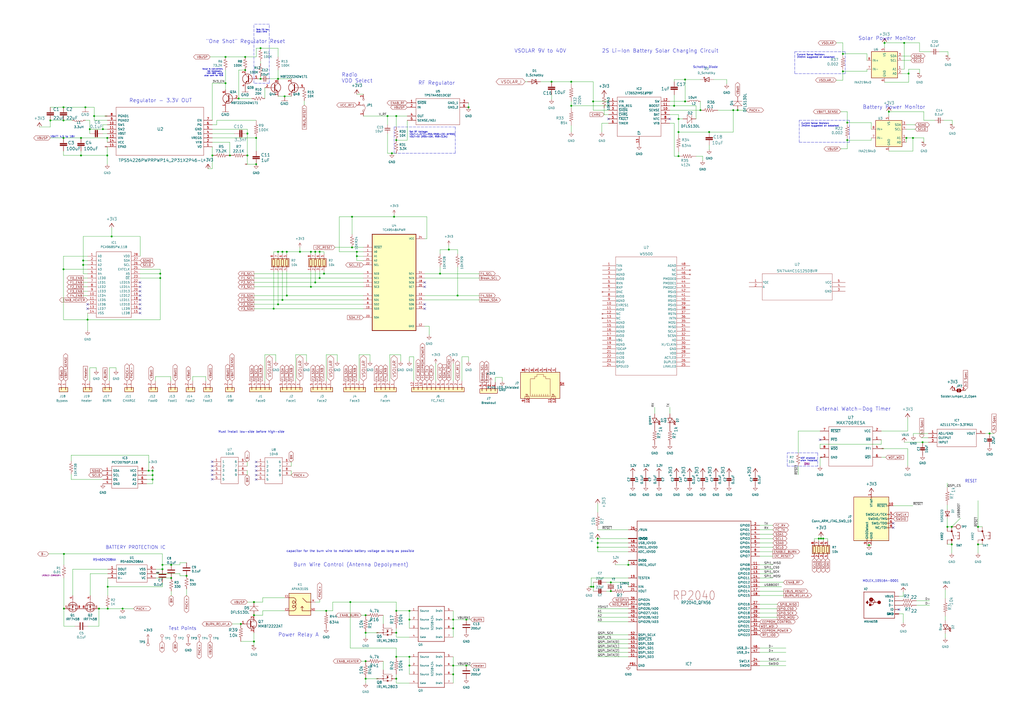
<source format=kicad_sch>
(kicad_sch (version 20211123) (generator eeschema)
  (paper "A2")
  (junction (at 52.07 74.93))
  (junction (at 411.3784 76.6064))
  (junction (at 237.49 381))
  (junction (at 204.216 125.73))
  (junction (at 567.3344 305.6128))
  (junction (at 46.99 90.17))
  (junction (at 147.32 372.11))
  (junction (at 552.0944 305.6128))
  (junction (at 204.216 143.51))
  (junction (at 62.23 90.17))
  (junction (at 62.23 80.01))
  (junction (at 425.3484 63.9064))
  (junction (at 54.61 67.31))
  (junction (at 525.78 80.01))
  (junction (at 346.71 312.42))
  (junction (at 48.26 151.13))
  (junction (at 535.178 256.54))
  (junction (at 344.17 340.36))
  (junction (at 207.01 146.05))
  (junction (at 187.96 158.75))
  (junction (at 488.95 41.402))
  (junction (at 524.51 24.892))
  (junction (at 147.32 349.25))
  (junction (at 237.49 359.41))
  (junction (at 166.37 146.05))
  (junction (at 151.13 27.94))
  (junction (at 504.0884 316.23))
  (junction (at 207.01 148.59))
  (junction (at 48.26 153.67))
  (junction (at 161.29 45.72))
  (junction (at 99.314 335.28))
  (junction (at 203.2 349.25))
  (junction (at 476.25 312.42))
  (junction (at 180.34 166.37))
  (junction (at 94.234 327.66))
  (junction (at 344.0684 58.8264))
  (junction (at 354.33 342.9))
  (junction (at 346.71 314.96))
  (junction (at 29.21 69.85))
  (junction (at 94.234 330.2))
  (junction (at 342.9 340.36))
  (junction (at 166.37 171.45))
  (junction (at 529.59 80.01))
  (junction (at 62.484 340.36))
  (junction (at 331.3684 61.3664))
  (junction (at 62.484 353.06))
  (junction (at 229.87 367.03))
  (junction (at 270.51 359.41))
  (junction (at 515.62 64.77))
  (junction (at 237.49 354.33))
  (junction (at 185.42 146.05))
  (junction (at 163.83 146.05))
  (junction (at 86.233 273.05))
  (junction (at 491.49 71.12))
  (junction (at 92.964 161.29))
  (junction (at 142.24 33.02))
  (junction (at 88.519 275.59))
  (junction (at 37.084 321.31))
  (junction (at 319.9384 47.3964))
  (junction (at 224.79 67.31))
  (junction (at 151.13 45.72))
  (junction (at 165.1 55.88))
  (junction (at 474.98 312.42))
  (junction (at 229.87 354.33))
  (junction (at 46.99 80.01))
  (junction (at 393.5984 76.6064))
  (junction (at 143.51 90.17))
  (junction (at 182.88 163.83))
  (junction (at 36.83 156.21))
  (junction (at 391.0584 61.3664))
  (junction (at 133.35 90.17))
  (junction (at 92.964 158.75))
  (junction (at 36.83 69.85))
  (junction (at 227.33 88.9))
  (junction (at 130.81 33.02))
  (junction (at 64.77 137.16))
  (junction (at 163.83 173.99))
  (junction (at 393.5984 68.9864))
  (junction (at 255.27 158.75))
  (junction (at 262.89 386.08))
  (junction (at 574.04 251.46))
  (junction (at 147.32 356.87))
  (junction (at 229.87 81.28))
  (junction (at 123.19 90.17))
  (junction (at 57.404 353.06))
  (junction (at 270.51 386.08))
  (junction (at 88.519 273.05))
  (junction (at 262.89 364.49))
  (junction (at 50.8 185.42))
  (junction (at 182.88 146.05))
  (junction (at 148.59 95.25))
  (junction (at 161.29 146.05))
  (junction (at 262.89 359.41))
  (junction (at 212.09 393.7))
  (junction (at 161.29 176.53))
  (junction (at 185.42 161.29))
  (junction (at 265.43 171.45))
  (junction (at 142.24 40.64))
  (junction (at 139.7 361.95))
  (junction (at 260.35 144.78))
  (junction (at 527.05 42.672))
  (junction (at 130.81 48.26))
  (junction (at 354.33 337.82))
  (junction (at 549.5544 305.6128))
  (junction (at 567.3344 315.7728))
  (junction (at 212.09 383.54))
  (junction (at 271.78 62.23))
  (junction (at 59.69 74.93))
  (junction (at 229.87 381))
  (junction (at 406.2984 63.9064))
  (junction (at 108.204 334.01))
  (junction (at 427.8884 63.9064))
  (junction (at 513.08 24.892))
  (junction (at 49.53 62.23))
  (junction (at 36.83 62.23))
  (junction (at 393.5984 90.5764))
  (junction (at 148.59 80.01))
  (junction (at 364.49 327.66))
  (junction (at 36.83 80.01))
  (junction (at 552.0944 315.7728))
  (junction (at 331.3684 47.3964))
  (junction (at 71.12 353.06))
  (junction (at 229.87 393.7))
  (junction (at 477.52 312.42))
  (junction (at 397.4084 46.1264))
  (junction (at 212.09 367.03))
  (junction (at 228.6 125.73))
  (junction (at 491.49 81.28))
  (junction (at 180.34 146.05))
  (junction (at 158.75 179.07))
  (junction (at 262.89 391.16))
  (junction (at 397.4084 58.8264))
  (junction (at 212.09 356.87))
  (junction (at 88.519 278.13))
  (junction (at 99.314 327.66))
  (junction (at 229.87 67.31))
  (junction (at 173.99 146.05))
  (junction (at 346.71 317.5))
  (junction (at 138.43 57.15))
  (junction (at 488.95 31.242))
  (junction (at 237.49 386.08))
  (junction (at 37.084 353.06))
  (junction (at 143.51 77.47))
  (junction (at 189.23 354.33))
  (no_connect (at 352.9584 68.9864))
  (no_connect (at 388.5184 68.9864))
  (no_connect (at 475.6912 255.1176))
  (no_connect (at 246.38 163.83))
  (no_connect (at 246.38 166.37))
  (no_connect (at 246.38 176.53))
  (no_connect (at 246.38 179.07))
  (no_connect (at 123.063 270.383))
  (no_connect (at 148.59 278.13))
  (no_connect (at 148.59 275.59))
  (no_connect (at 148.59 273.05))
  (no_connect (at 123.063 278.003))
  (no_connect (at 148.59 270.51))
  (no_connect (at 123.063 267.843))
  (no_connect (at 123.063 272.923))
  (no_connect (at 123.063 275.463))
  (no_connect (at 148.59 267.97))
  (no_connect (at 81.28 176.53))
  (no_connect (at 81.28 179.07))
  (no_connect (at 81.28 163.83))
  (no_connect (at 81.28 166.37))
  (no_connect (at 81.28 168.91))
  (no_connect (at 81.28 171.45))
  (no_connect (at 81.28 173.99))
  (no_connect (at 50.8 179.07))
  (no_connect (at 50.8 176.53))
  (no_connect (at 518.16 303.53))
  (no_connect (at 521.462 353.568))
  (no_connect (at 518.16 306.07))
  (no_connect (at 81.28 181.61))
  (wire (pts (xy 440.69 335.28) (xy 448.31 335.28)))
  (wire (pts (xy 270.51 359.41) (xy 273.05 359.41)))
  (wire (pts (xy 187.96 157.48) (xy 187.96 158.75)))
  (wire (pts (xy 491.49 81.28) (xy 491.49 86.36)))
  (wire (pts (xy 143.51 349.25) (xy 147.32 349.25)))
  (wire (pts (xy 207.01 146.05) (xy 207.01 148.59)))
  (polyline (pts (xy 147.32 48.26) (xy 147.32 13.97)))
  (wire (pts (xy 81.28 156.21) (xy 92.964 156.21)))
  (wire (pts (xy 525.78 80.01) (xy 529.59 80.01)))
  (wire (pts (xy 440.69 309.88) (xy 448.31 309.88)))
  (wire (pts (xy 152.4 346.71) (xy 152.4 349.25)))
  (wire (pts (xy 160.02 209.55) (xy 160.02 205.74)))
  (wire (pts (xy 62.23 72.39) (xy 59.69 72.39)))
  (polyline (pts (xy 264.16 73.66) (xy 228.6 73.66)))
  (wire (pts (xy 81.28 161.29) (xy 92.964 161.29)))
  (wire (pts (xy 147.32 173.99) (xy 163.83 173.99)))
  (wire (pts (xy 166.37 157.48) (xy 166.37 171.45)))
  (wire (pts (xy 393.5984 90.5764) (xy 391.0584 90.5764)))
  (wire (pts (xy 130.81 40.64) (xy 130.81 48.26)))
  (wire (pts (xy 187.96 146.05) (xy 185.42 146.05)))
  (wire (pts (xy 267.97 220.98) (xy 267.97 207.01)))
  (wire (pts (xy 364.49 312.42) (xy 346.71 312.42)))
  (wire (pts (xy 22.86 73.66) (xy 29.21 73.66)))
  (wire (pts (xy 454.406 337.82) (xy 440.69 337.82)))
  (wire (pts (xy 331.3684 58.8264) (xy 331.3684 61.3664)))
  (wire (pts (xy 533.4 42.672) (xy 533.4 40.132)))
  (wire (pts (xy 54.61 69.85) (xy 62.23 69.85)))
  (wire (pts (xy 403.7584 61.3664) (xy 391.0584 61.3664)))
  (wire (pts (xy 94.234 340.36) (xy 62.484 340.36)))
  (wire (pts (xy 529.59 87.63) (xy 529.59 80.01)))
  (wire (pts (xy 88.519 275.59) (xy 88.519 273.05)))
  (wire (pts (xy 180.34 147.32) (xy 180.34 146.05)))
  (polyline (pts (xy 461.01 42.672) (xy 461.01 29.972)))
  (wire (pts (xy 207.01 148.59) (xy 210.82 148.59)))
  (wire (pts (xy 207.01 146.05) (xy 210.82 146.05)))
  (wire (pts (xy 168.91 267.97) (xy 168.91 270.51)))
  (wire (pts (xy 513.08 24.892) (xy 524.51 24.892)))
  (wire (pts (xy 212.09 367.03) (xy 212.09 369.57)))
  (wire (pts (xy 346.71 317.5) (xy 346.71 314.96)))
  (wire (pts (xy 252.73 210.82) (xy 252.73 220.98)))
  (wire (pts (xy 391.0584 71.5264) (xy 388.5184 71.5264)))
  (wire (pts (xy 182.88 163.83) (xy 210.82 163.83)))
  (wire (pts (xy 440.69 314.96) (xy 448.31 314.96)))
  (wire (pts (xy 52.07 74.93) (xy 52.07 69.85)))
  (wire (pts (xy 262.89 364.49) (xy 262.89 359.41)))
  (polyline (pts (xy 490.22 42.672) (xy 461.01 42.672)))
  (wire (pts (xy 505.46 81.28) (xy 505.46 80.01)))
  (wire (pts (xy 341.63 340.36) (xy 342.9 340.36)))
  (wire (pts (xy 187.96 158.75) (xy 210.82 158.75)))
  (wire (pts (xy 94.234 327.66) (xy 94.234 321.31)))
  (wire (pts (xy 158.75 157.48) (xy 158.75 179.07)))
  (wire (pts (xy 462.9912 250.0376) (xy 462.9912 262.7376)))
  (wire (pts (xy 41.275 264.033) (xy 86.233 264.033)))
  (wire (pts (xy 356.87 327.66) (xy 364.49 327.66)))
  (wire (pts (xy 48.26 166.37) (xy 50.8 166.37)))
  (wire (pts (xy 342.9 340.36) (xy 344.17 340.36)))
  (wire (pts (xy 189.23 205.74) (xy 195.58 205.74)))
  (wire (pts (xy 99.06 218.44) (xy 99.06 220.98)))
  (wire (pts (xy 50.8 153.67) (xy 48.26 153.67)))
  (wire (pts (xy 212.09 393.7) (xy 212.09 396.24)))
  (wire (pts (xy 123.19 48.26) (xy 130.81 48.26)))
  (wire (pts (xy 491.49 71.12) (xy 491.49 64.77)))
  (wire (pts (xy 388.62 236.22) (xy 388.62 240.03)))
  (wire (pts (xy 210.82 67.31) (xy 224.79 67.31)))
  (wire (pts (xy 147.32 349.25) (xy 152.4 349.25)))
  (wire (pts (xy 393.5984 76.6064) (xy 411.3784 76.6064)))
  (wire (pts (xy 344.17 340.36) (xy 344.17 342.9)))
  (wire (pts (xy 531.622 351.028) (xy 539.242 351.028)))
  (wire (pts (xy 364.49 353.06) (xy 346.71 353.06)))
  (wire (pts (xy 549.91 29.972) (xy 544.83 29.972)))
  (wire (pts (xy 85.09 278.13) (xy 88.519 278.13)))
  (wire (pts (xy 43.434 363.22) (xy 37.084 363.22)))
  (wire (pts (xy 346.71 378.46) (xy 364.49 378.46)))
  (wire (pts (xy 64.77 137.16) (xy 81.28 137.16)))
  (wire (pts (xy 99.314 327.66) (xy 104.394 327.66)))
  (wire (pts (xy 123.19 69.85) (xy 123.19 48.26)))
  (wire (pts (xy 502.92 316.23) (xy 504.0884 316.23)))
  (wire (pts (xy 364.49 358.14) (xy 346.71 358.14)))
  (wire (pts (xy 204.216 143.51) (xy 210.82 143.51)))
  (wire (pts (xy 147.32 163.83) (xy 182.88 163.83)))
  (wire (pts (xy 219.71 367.03) (xy 212.09 367.03)))
  (wire (pts (xy 346.71 373.38) (xy 364.49 373.38)))
  (wire (pts (xy 51.054 363.22) (xy 57.404 363.22)))
  (wire (pts (xy 147.32 171.45) (xy 166.37 171.45)))
  (wire (pts (xy 548.386 367.538) (xy 548.386 370.078)))
  (wire (pts (xy 393.5984 68.9864) (xy 393.5984 76.6064)))
  (wire (pts (xy 527.05 42.672) (xy 527.05 40.132)))
  (polyline (pts (xy 474.4212 270.3576) (xy 456.6412 270.3576)))
  (wire (pts (xy 265.43 171.45) (xy 278.13 171.45)))
  (wire (pts (xy 104.394 327.66) (xy 104.394 326.39)))
  (wire (pts (xy 549.91 32.512) (xy 549.91 29.972)))
  (wire (pts (xy 476.25 311.15) (xy 476.25 312.42)))
  (wire (pts (xy 488.95 31.242) (xy 502.92 31.242)))
  (wire (pts (xy 255.27 144.78) (xy 260.35 144.78)))
  (wire (pts (xy 48.26 137.16) (xy 48.26 151.13)))
  (wire (pts (xy 523.24 40.132) (xy 524.51 40.132)))
  (wire (pts (xy 403.7584 68.9864) (xy 403.7584 61.3664)))
  (wire (pts (xy 331.3684 47.3964) (xy 331.3684 48.6664)))
  (wire (pts (xy 138.43 40.64) (xy 142.24 40.64)))
  (wire (pts (xy 85.09 275.59) (xy 88.519 275.59)))
  (wire (pts (xy 52.07 77.47) (xy 52.07 74.93)))
  (wire (pts (xy 161.29 27.94) (xy 161.29 33.02)))
  (wire (pts (xy 411.3784 84.2264) (xy 411.3784 86.7664)))
  (wire (pts (xy 81.28 148.59) (xy 81.28 137.16)))
  (wire (pts (xy 125.73 72.39) (xy 123.19 72.39)))
  (wire (pts (xy 48.26 171.45) (xy 50.8 171.45)))
  (wire (pts (xy 364.49 370.84) (xy 346.71 370.84)))
  (wire (pts (xy 491.49 71.12) (xy 505.46 71.12)))
  (wire (pts (xy 440.69 312.42) (xy 448.31 312.42)))
  (wire (pts (xy 50.8 185.42) (xy 50.8 181.61)))
  (wire (pts (xy 462.9912 270.3576) (xy 462.9912 275.4376)))
  (polyline (pts (xy 490.22 29.972) (xy 490.22 42.672)))
  (wire (pts (xy 203.2 349.25) (xy 229.87 349.25)))
  (wire (pts (xy 207.01 151.13) (xy 210.82 151.13)))
  (wire (pts (xy 485.14 46.482) (xy 488.95 46.482)))
  (wire (pts (xy 212.09 383.54) (xy 209.55 383.54)))
  (wire (pts (xy 474.98 312.42) (xy 472.44 312.42)))
  (wire (pts (xy 62.23 90.17) (xy 62.23 95.25)))
  (wire (pts (xy 487.68 64.77) (xy 491.49 64.77)))
  (wire (pts (xy 62.484 340.36) (xy 62.484 335.28)))
  (wire (pts (xy 346.71 314.96) (xy 346.71 312.42)))
  (wire (pts (xy 237.49 207.01) (xy 240.03 207.01)))
  (wire (pts (xy 350.4184 62.6364) (xy 350.4184 66.4464)))
  (wire (pts (xy 397.4084 58.8264) (xy 398.6784 58.8264)))
  (wire (pts (xy 163.83 157.48) (xy 163.83 173.99)))
  (wire (pts (xy 63.5 220.98) (xy 63.5 213.36)))
  (wire (pts (xy 180.34 166.37) (xy 210.82 166.37)))
  (wire (pts (xy 526.4912 250.0376) (xy 526.4912 242.4176)))
  (wire (pts (xy 535.94 69.85) (xy 535.94 64.77)))
  (polyline (pts (xy 156.21 48.26) (xy 156.21 13.97)))
  (wire (pts (xy 171.45 205.74) (xy 171.45 220.98)))
  (wire (pts (xy 237.49 209.55) (xy 237.49 207.01)))
  (polyline (pts (xy 463.55 69.85) (xy 492.76 69.85)))
  (wire (pts (xy 351.79 342.9) (xy 354.33 342.9)))
  (wire (pts (xy 246.38 158.75) (xy 255.27 158.75)))
  (wire (pts (xy 161.29 146.05) (xy 161.29 147.32)))
  (wire (pts (xy 108.204 345.44) (xy 108.204 341.63)))
  (wire (pts (xy 37.084 321.31) (xy 28.194 321.31)))
  (wire (pts (xy 121.92 33.02) (xy 130.81 33.02)))
  (wire (pts (xy 104.394 332.74) (xy 104.394 334.01)))
  (wire (pts (xy 52.324 332.74) (xy 52.324 345.44)))
  (wire (pts (xy 189.23 354.33) (xy 193.04 354.33)))
  (wire (pts (xy 246.38 171.45) (xy 265.43 171.45)))
  (wire (pts (xy 90.424 335.28) (xy 99.314 335.28)))
  (wire (pts (xy 549.5544 295.4528) (xy 549.5544 292.9128)))
  (wire (pts (xy 46.99 80.01) (xy 62.23 80.01)))
  (wire (pts (xy 180.34 157.48) (xy 180.34 166.37)))
  (wire (pts (xy 147.32 374.65) (xy 147.32 372.11)))
  (wire (pts (xy 111.76 220.98) (xy 111.76 218.44)))
  (wire (pts (xy 480.06 313.69) (xy 480.06 312.42)))
  (wire (pts (xy 224.79 88.9) (xy 227.33 88.9)))
  (wire (pts (xy 29.21 73.66) (xy 29.21 69.85)))
  (wire (pts (xy 393.5984 76.6064) (xy 393.5984 77.8764)))
  (wire (pts (xy 46.99 90.17) (xy 62.23 90.17)))
  (wire (pts (xy 182.88 157.48) (xy 182.88 163.83)))
  (wire (pts (xy 267.97 207.01) (xy 271.78 207.01)))
  (wire (pts (xy 88.519 275.59) (xy 88.519 278.13)))
  (wire (pts (xy 237.49 354.33) (xy 229.87 354.33)))
  (wire (pts (xy 119.38 218.44) (xy 119.38 220.98)))
  (wire (pts (xy 440.69 327.66) (xy 448.31 327.66)))
  (wire (pts (xy 403.7584 90.5764) (xy 407.5684 90.5764)))
  (wire (pts (xy 346.71 381) (xy 364.49 381)))
  (wire (pts (xy 535.94 82.55) (xy 535.94 80.01)))
  (wire (pts (xy 440.69 320.04) (xy 448.31 320.04)))
  (wire (pts (xy 86.233 273.05) (xy 85.09 273.05)))
  (wire (pts (xy 393.5984 68.9864) (xy 396.1384 68.9864)))
  (wire (pts (xy 224.79 77.47) (xy 224.79 88.9)))
  (wire (pts (xy 548.386 357.378) (xy 548.386 359.918)))
  (wire (pts (xy 524.002 345.948) (xy 524.002 343.408)))
  (wire (pts (xy 262.89 369.57) (xy 262.89 364.49)))
  (wire (pts (xy 54.61 62.23) (xy 54.61 67.31)))
  (wire (pts (xy 354.33 337.82) (xy 364.49 337.82)))
  (wire (pts (xy 158.75 179.07) (xy 210.82 179.07)))
  (wire (pts (xy 331.3684 61.3664) (xy 352.9584 61.3664)))
  (wire (pts (xy 63.5 213.36) (xy 67.31 213.36)))
  (wire (pts (xy 262.89 396.24) (xy 262.89 391.16)))
  (wire (pts (xy 557.1744 300.5328) (xy 552.0944 305.6128)))
  (wire (pts (xy 477.52 312.42) (xy 476.25 312.42)))
  (wire (pts (xy 262.89 391.16) (xy 262.89 386.08)))
  (wire (pts (xy 475.6912 265.2776) (xy 475.6912 270.3576)))
  (wire (pts (xy 104.394 326.39) (xy 108.204 326.39)))
  (wire (pts (xy 227.33 88.9) (xy 229.87 88.9)))
  (wire (pts (xy 331.3684 72.7964) (xy 331.3684 76.6064)))
  (wire (pts (xy 388.5184 58.8264) (xy 397.4084 58.8264)))
  (wire (pts (xy 161.29 40.64) (xy 161.29 45.72)))
  (wire (pts (xy 52.07 220.98) (xy 52.07 213.36)))
  (wire (pts (xy 262.89 210.82) (xy 262.89 220.98)))
  (wire (pts (xy 455.93 383.54) (xy 440.69 383.54)))
  (wire (pts (xy 166.37 146.05) (xy 166.37 147.32)))
  (wire (pts (xy 331.3684 47.3964) (xy 344.0684 47.3964)))
  (wire (pts (xy 237.49 396.24) (xy 229.87 396.24)))
  (wire (pts (xy 515.62 87.63) (xy 529.59 87.63)))
  (wire (pts (xy 123.19 80.01) (xy 148.59 80.01)))
  (wire (pts (xy 448.31 307.34) (xy 440.69 307.34)))
  (wire (pts (xy 224.79 72.39) (xy 224.79 67.31)))
  (wire (pts (xy 523.24 42.672) (xy 527.05 42.672)))
  (wire (pts (xy 525.78 74.93) (xy 530.86 74.93)))
  (wire (pts (xy 94.234 327.66) (xy 94.234 330.2)))
  (wire (pts (xy 182.88 349.25) (xy 185.42 349.25)))
  (wire (pts (xy 49.53 69.85) (xy 52.07 69.85)))
  (wire (pts (xy 168.91 273.05) (xy 168.91 275.59)))
  (wire (pts (xy 147.32 176.53) (xy 161.29 176.53)))
  (wire (pts (xy 529.59 80.01) (xy 535.94 80.01)))
  (wire (pts (xy 52.324 332.74) (xy 62.484 332.74)))
  (wire (pts (xy 94.234 321.31) (xy 37.084 321.31)))
  (wire (pts (xy 152.4 356.87) (xy 152.4 354.33)))
  (wire (pts (xy 168.91 45.72) (xy 161.29 45.72)))
  (wire (pts (xy 36.83 80.01) (xy 29.21 80.01)))
  (polyline (pts (xy 156.21 13.97) (xy 147.32 13.97)))
  (wire (pts (xy 195.58 205.74) (xy 195.58 209.55)))
  (wire (pts (xy 229.87 73.66) (xy 229.87 67.31)))
  (wire (pts (xy 59.69 278.13) (xy 41.275 278.13)))
  (wire (pts (xy 472.44 312.42) (xy 472.44 313.69)))
  (wire (pts (xy 123.19 82.55) (xy 133.35 82.55)))
  (wire (pts (xy 193.04 354.33) (xy 193.04 349.25)))
  (wire (pts (xy 552.0944 315.7728) (xy 552.0944 320.8528)))
  (wire (pts (xy 204.216 125.73) (xy 204.216 135.89)))
  (wire (pts (xy 37.084 321.31) (xy 37.084 327.66)))
  (wire (pts (xy 153.67 57.15) (xy 153.67 50.8)))
  (wire (pts (xy 229.87 396.24) (xy 229.87 393.7)))
  (wire (pts (xy 143.51 74.93) (xy 143.51 77.47)))
  (wire (pts (xy 502.92 41.402) (xy 502.92 40.132)))
  (wire (pts (xy 488.95 41.402) (xy 502.92 41.402)))
  (wire (pts (xy 151.13 35.56) (xy 151.13 36.83)))
  (wire (pts (xy 62.484 353.06) (xy 71.12 353.06)))
  (wire (pts (xy 212.09 356.87) (xy 209.55 356.87)))
  (wire (pts (xy 29.21 69.85) (xy 36.83 69.85)))
  (wire (pts (xy 379.73 236.22) (xy 379.73 240.03)))
  (polyline (pts (xy 228.6 88.9) (xy 264.16 88.9)))
  (wire (pts (xy 513.08 47.752) (xy 527.05 47.752)))
  (wire (pts (xy 476.25 312.42) (xy 474.98 312.42)))
  (wire (pts (xy 440.69 304.8) (xy 448.31 304.8)))
  (wire (pts (xy 149.86 45.72) (xy 151.13 45.72)))
  (wire (pts (xy 552.45 72.39) (xy 552.45 69.85)))
  (wire (pts (xy 48.26 163.83) (xy 50.8 163.83)))
  (wire (pts (xy 440.69 378.46) (xy 455.93 378.46)))
  (wire (pts (xy 549.5544 282.7528) (xy 549.5544 280.2128)))
  (polyline (pts (xy 492.76 69.85) (xy 492.76 82.55)))
  (wire (pts (xy 237.49 364.49) (xy 237.49 359.41)))
  (wire (pts (xy 148.59 27.94) (xy 151.13 27.94)))
  (wire (pts (xy 535.94 69.85) (xy 542.29 69.85)))
  (wire (pts (xy 344.0684 47.3964) (xy 344.0684 58.8264)))
  (wire (pts (xy 182.88 354.33) (xy 189.23 354.33)))
  (wire (pts (xy 111.76 218.44) (xy 119.38 218.44)))
  (wire (pts (xy 421.5384 46.1264) (xy 421.5384 48.6664)))
  (wire (pts (xy 349.1484 71.5264) (xy 349.1484 76.6064)))
  (wire (pts (xy 90.424 330.2) (xy 94.234 330.2)))
  (wire (pts (xy 391.0584 61.3664) (xy 388.5184 61.3664)))
  (wire (pts (xy 523.24 35.052) (xy 528.32 35.052)))
  (wire (pts (xy 139.7 372.11) (xy 147.32 372.11)))
  (wire (pts (xy 440.69 353.06) (xy 450.85 353.06)))
  (wire (pts (xy 354.33 337.82) (xy 351.79 337.82)))
  (wire (pts (xy 143.383 272.923) (xy 143.383 275.463)))
  (wire (pts (xy 440.69 317.5) (xy 448.31 317.5)))
  (wire (pts (xy 123.19 85.09) (xy 123.19 90.17)))
  (wire (pts (xy 173.99 146.05) (xy 173.99 143.51)))
  (wire (pts (xy 123.19 97.79) (xy 120.65 97.79)))
  (wire (pts (xy 287.274 218.948) (xy 291.338 218.948)))
  (wire (pts (xy 54.61 67.31) (xy 54.61 69.85)))
  (wire (pts (xy 226.06 205.74) (xy 232.41 205.74)))
  (wire (pts (xy 475.6912 250.0376) (xy 462.9912 250.0376)))
  (wire (pts (xy 346.71 292.1) (xy 346.71 297.18)))
  (wire (pts (xy 48.26 161.29) (xy 50.8 161.29)))
  (wire (pts (xy 346.71 320.04) (xy 346.71 317.5)))
  (wire (pts (xy 511.2512 257.6576) (xy 511.2512 255.1176)))
  (wire (pts (xy 90.17 218.44) (xy 99.06 218.44)))
  (wire (pts (xy 147.32 161.29) (xy 185.42 161.29)))
  (wire (pts (xy 156.21 45.72) (xy 161.29 45.72)))
  (wire (pts (xy 560.07 226.1108) (xy 560.07 226.5172)))
  (wire (pts (xy 393.5984 88.0364) (xy 393.5984 90.5764)))
  (wire (pts (xy 177.8 205.74) (xy 171.45 205.74)))
  (wire (pts (xy 287.274 221.742) (xy 287.274 218.948)))
  (wire (pts (xy 246.38 161.29) (xy 278.13 161.29)))
  (wire (pts (xy 364.49 314.96) (xy 346.71 314.96)))
  (wire (pts (xy 477.52 313.69) (xy 477.52 312.42)))
  (wire (pts (xy 59.69 74.93) (xy 52.07 74.93)))
  (wire (pts (xy 229.87 391.16) (xy 229.87 393.7)))
  (wire (pts (xy 364.49 307.34) (xy 346.71 307.34)))
  (wire (pts (xy 518.16 293.37) (xy 529.59 293.37)))
  (polyline (pts (xy 463.55 82.55) (xy 463.55 69.85)))
  (wire (pts (xy 262.89 359.41) (xy 270.51 359.41)))
  (wire (pts (xy 262.89 359.41) (xy 262.89 354.33)))
  (wire (pts (xy 99.314 345.44) (xy 99.314 342.9)))
  (wire (pts (xy 240.03 220.98) (xy 240.03 207.01)))
  (wire (pts (xy 161.29 146.05) (xy 163.83 146.05)))
  (wire (pts (xy 513.08 24.892) (xy 513.08 27.432)))
  (wire (pts (xy 515.62 64.77) (xy 535.94 64.77)))
  (wire (pts (xy 567.3344 320.8528) (xy 567.3344 315.7728)))
  (wire (pts (xy 229.87 67.31) (xy 236.22 67.31)))
  (wire (pts (xy 143.51 95.25) (xy 148.59 95.25)))
  (wire (pts (xy 148.59 33.02) (xy 142.24 33.02)))
  (wire (pts (xy 524.51 256.54) (xy 535.178 256.54)))
  (wire (pts (xy 388.5184 66.4464) (xy 393.5984 66.4464)))
  (wire (pts (xy 173.99 146.05) (xy 180.34 146.05)))
  (wire (pts (xy 165.1 346.71) (xy 152.4 346.71)))
  (wire (pts (xy 57.404 363.22) (xy 57.404 353.06)))
  (wire (pts (xy 291.338 218.948) (xy 291.338 221.107)))
  (wire (pts (xy 214.63 205.74) (xy 208.28 205.74)))
  (wire (pts (xy 569.8744 315.7728) (xy 567.3344 315.7728)))
  (wire (pts (xy 513.7912 265.2776) (xy 511.2512 265.2776)))
  (wire (pts (xy 440.69 340.36) (xy 453.39 340.36)))
  (wire (pts (xy 168.91 55.88) (xy 165.1 55.88)))
  (wire (pts (xy 71.12 353.06) (xy 77.47 353.06)))
  (wire (pts (xy 523.24 32.512) (xy 528.32 32.512)))
  (wire (pts (xy 228.6 125.73) (xy 204.216 125.73)))
  (wire (pts (xy 515.62 64.77) (xy 515.62 67.31)))
  (wire (pts (xy 425.3484 63.9064) (xy 427.8884 63.9064)))
  (wire (pts (xy 255.27 158.75) (xy 278.13 158.75)))
  (wire (pts (xy 524.002 356.108) (xy 524.002 361.188)))
  (wire (pts (xy 529.844 252.73) (xy 529.844 251.46)))
  (wire (pts (xy 49.53 62.23) (xy 54.61 62.23)))
  (wire (pts (xy 36.83 90.17) (xy 46.99 90.17)))
  (wire (pts (xy 262.89 386.08) (xy 262.89 381)))
  (wire (pts (xy 265.43 144.78) (xy 265.43 147.32)))
  (polyline (pts (xy 228.6 73.66) (xy 228.6 88.9)))
  (wire (pts (xy 364.49 337.82) (xy 364.49 340.36)))
  (polyline (pts (xy 264.16 88.9) (xy 264.16 73.66)))
  (wire (pts (xy 527.05 40.132) (xy 533.4 40.132)))
  (wire (pts (xy 138.43 57.15) (xy 138.43 40.64)))
  (wire (pts (xy 163.83 146.05) (xy 163.83 147.32)))
  (wire (pts (xy 62.23 82.55) (xy 62.23 80.01)))
  (wire (pts (xy 524.51 24.892) (xy 533.4 24.892)))
  (wire (pts (xy 222.25 361.95) (xy 222.25 356.87)))
  (wire (pts (xy 152.4 354.33) (xy 165.1 354.33)))
  (wire (pts (xy 204.216 125.73) (xy 196.85 125.73)))
  (wire (pts (xy 406.2984 58.8264) (xy 406.2984 63.9064)))
  (wire (pts (xy 352.9584 71.5264) (xy 349.1484 71.5264)))
  (wire (pts (xy 48.26 137.16) (xy 64.77 137.16)))
  (wire (pts (xy 90.17 220.98) (xy 90.17 218.44)))
  (wire (pts (xy 427.8884 63.9064) (xy 432.9684 63.9064)))
  (wire (pts (xy 42.164 330.2) (xy 62.484 330.2)))
  (wire (pts (xy 262.89 386.08) (xy 270.51 386.08)))
  (wire (pts (xy 440.69 386.08) (xy 455.93 386.08)))
  (wire (pts (xy 36.83 90.17) (xy 36.83 87.63)))
  (wire (pts (xy 151.13 44.45) (xy 151.13 45.72)))
  (wire (pts (xy 411.3784 76.6064) (xy 425.3484 76.6064)))
  (wire (pts (xy 36.83 69.85) (xy 41.91 69.85)))
  (wire (pts (xy 92.964 158.75) (xy 92.964 161.29)))
  (wire (pts (xy 535.178 256.54) (xy 538.48 256.54)))
  (wire (pts (xy 88.519 273.05) (xy 86.233 273.05)))
  (wire (pts (xy 440.69 322.58) (xy 448.31 322.58)))
  (wire (pts (xy 525.78 72.39) (xy 530.86 72.39)))
  (wire (pts (xy 88.519 278.13) (xy 88.519 280.67)))
  (wire (pts (xy 36.83 148.59) (xy 36.83 156.21)))
  (wire (pts (xy 158.75 146.05) (xy 161.29 146.05)))
  (wire (pts (xy 344.0684 63.9064) (xy 352.9584 63.9064)))
  (wire (pts (xy 364.49 368.3) (xy 346.71 368.3)))
  (wire (pts (xy 222.25 388.62) (xy 222.25 383.54)))
  (wire (pts (xy 440.69 350.52) (xy 450.85 350.52)))
  (wire (pts (xy 525.78 80.01) (xy 525.78 82.55)))
  (wire (pts (xy 391.0584 55.0164) (xy 391.0584 61.3664)))
  (wire (pts (xy 504.0884 316.23) (xy 505.46 316.23)))
  (wire (pts (xy 246.38 173.99) (xy 278.13 173.99)))
  (wire (pts (xy 123.19 74.93) (xy 143.51 74.93)))
  (wire (pts (xy 147.32 179.07) (xy 158.75 179.07)))
  (wire (pts (xy 148.59 80.01) (xy 148.59 87.63)))
  (wire (pts (xy 158.75 147.32) (xy 158.75 146.05)))
  (wire (pts (xy 305.9684 47.3964) (xy 304.6984 47.3964)))
  (wire (pts (xy 526.4912 250.0376) (xy 511.2512 250.0376)))
  (wire (pts (xy 485.14 24.892) (xy 488.95 24.892)))
  (wire (pts (xy 153.67 205.74) (xy 153.67 220.98)))
  (wire (pts (xy 505.46 71.12) (xy 505.46 74.93)))
  (polyline (pts (xy 456.6412 262.7376) (xy 474.4212 262.7376)))
  (wire (pts (xy 146.05 57.15) (xy 138.43 57.15)))
  (wire (pts (xy 148.59 69.85) (xy 125.73 69.85)))
  (wire (pts (xy 185.42 349.25) (xy 185.42 347.98)))
  (wire (pts (xy 265.43 154.94) (xy 265.43 171.45)))
  (wire (pts (xy 474.98 312.42) (xy 474.98 313.69)))
  (wire (pts (xy 344.17 337.82) (xy 344.17 340.36)))
  (wire (pts (xy 440.69 375.92) (xy 455.93 375.92)))
  (wire (pts (xy 247.65 125.73) (xy 247.65 138.43)))
  (wire (pts (xy 67.31 213.36) (xy 67.31 214.63)))
  (wire (pts (xy 130.81 33.02) (xy 142.24 33.02)))
  (wire (pts (xy 134.62 361.95) (xy 139.7 361.95)))
  (wire (pts (xy 425.3484 63.9064) (xy 416.4584 63.9064)))
  (wire (pts (xy 346.71 375.92) (xy 364.49 375.92)))
  (wire (pts (xy 166.37 146.05) (xy 173.99 146.05)))
  (wire (pts (xy 62.23 77.47) (xy 59.69 77.47)))
  (wire (pts (xy 147.32 166.37) (xy 180.34 166.37)))
  (wire (pts (xy 50.8 185.42) (xy 92.964 185.42)))
  (wire (pts (xy 271.78 207.01) (xy 271.78 209.55)))
  (wire (pts (xy 166.37 171.45) (xy 210.82 171.45)))
  (wire (pts (xy 182.88 146.05) (xy 180.34 146.05)))
  (wire (pts (xy 203.2 375.92) (xy 203.2 349.25)))
  (wire (pts (xy 511.2512 260.1976) (xy 526.4912 260.1976)))
  (wire (pts (xy 42.164 345.44) (xy 42.164 330.2)))
  (wire (pts (xy 185.42 146.05) (xy 185.42 147.32)))
  (wire (pts (xy 533.4 29.972) (xy 539.75 29.972)))
  (wire (pts (xy 176.53 60.96) (xy 176.53 58.42)))
  (wire (pts (xy 50.8 151.13) (xy 48.26 151.13)))
  (wire (pts (xy 226.06 220.98) (xy 226.06 205.74)))
  (wire (pts (xy 36.83 185.42) (xy 50.8 185.42)))
  (wire (pts (xy 41.275 275.082) (xy 41.275 278.13)))
  (wire (pts (xy 48.26 168.91) (xy 50.8 168.91)))
  (wire (pts (xy 229.87 81.28) (xy 236.22 81.28)))
  (wire (pts (xy 346.71 360.68) (xy 364.49 360.68)))
  (wire (pts (xy 567.3344 290.3728) (xy 567.3344 305.6128)))
  (wire (pts (xy 161.29 176.53) (xy 210.82 176.53)))
  (wire (pts (xy 391.0584 90.5764) (xy 391.0584 71.5264)))
  (wire (pts (xy 319.9384 55.0164) (xy 319.9384 57.5564)))
  (wire (pts (xy 364.49 320.04) (xy 346.71 320.04)))
  (wire (pts (xy 185.42 157.48) (xy 185.42 161.29)))
  (wire (pts (xy 163.83 146.05) (xy 166.37 146.05)))
  (wire (pts (xy 319.9384 47.3964) (xy 331.3684 47.3964)))
  (wire (pts (xy 549.5544 305.6128) (xy 549.5544 300.5328)))
  (polyline (pts (xy 492.76 82.55) (xy 463.55 82.55)))
  (wire (pts (xy 552.0944 305.6128) (xy 549.5544 305.6128)))
  (wire (pts (xy 229.87 369.57) (xy 229.87 367.03)))
  (wire (pts (xy 94.234 327.66) (xy 99.314 327.66)))
  (wire (pts (xy 488.95 41.402) (xy 488.95 46.482)))
  (wire (pts (xy 397.4084 46.1264) (xy 391.0584 46.1264)))
  (wire (pts (xy 36.83 148.59) (xy 50.8 148.59)))
  (wire (pts (xy 41.275 267.462) (xy 41.275 264.033)))
  (wire (pts (xy 440.69 355.6) (xy 450.85 355.6)))
  (polyline (pts (xy 456.6412 270.3576) (xy 456.6412 262.7376)))
  (wire (pts (xy 271.78 62.23) (xy 271.78 59.69)))
  (wire (pts (xy 391.0584 46.1264) (xy 391.0584 47.3964)))
  (wire (pts (xy 502.92 31.242) (xy 502.92 35.052)))
  (wire (pts (xy 37.084 353.06) (xy 37.084 335.28)))
  (wire (pts (xy 59.69 74.93) (xy 59.69 72.39)))
  (wire (pts (xy 260.35 142.24) (xy 260.35 144.78)))
  (wire (pts (xy 346.71 355.6) (xy 364.49 355.6)))
  (wire (pts (xy 104.394 334.01) (xy 108.204 334.01)))
  (wire (pts (xy 196.85 146.05) (xy 207.01 146.05)))
  (wire (pts (xy 527.05 47.752) (xy 527.05 42.672)))
  (wire (pts (xy 576.58 251.46) (xy 574.04 251.46)))
  (wire (pts (xy 143.51 77.47) (xy 143.51 90.17)))
  (wire (pts (xy 48.26 158.75) (xy 48.26 153.67)))
  (wire (pts (xy 248.92 189.23) (xy 248.92 194.31)))
  (wire (pts (xy 182.88 146.05) (xy 182.88 147.32)))
  (wire (pts (xy 94.234 337.82) (xy 94.234 340.36)))
  (wire (pts (xy 37.084 363.22) (xy 37.084 353.06)))
  (wire (pts (xy 237.49 391.16) (xy 237.49 386.08)))
  (wire (pts (xy 237.49 369.57) (xy 229.87 369.57)))
  (wire (pts (xy 487.68 86.36) (xy 491.49 86.36)))
  (wire (pts (xy 229.87 349.25) (xy 229.87 354.33)))
  (wire (pts (xy 187.96 147.32) (xy 187.96 146.05)))
  (wire (pts (xy 29.21 62.23) (xy 36.83 62.23)))
  (wire (pts (xy 123.19 90.17) (xy 123.19 97.79)))
  (wire (pts (xy 50.8 158.75) (xy 48.26 158.75)))
  (wire (pts (xy 214.63 209.55) (xy 214.63 205.74)))
  (wire (pts (xy 86.233 264.033) (xy 86.233 273.05)))
  (wire (pts (xy 440.69 358.14) (xy 450.85 358.14)))
  (wire (pts (xy 92.964 156.21) (xy 92.964 158.75)))
  (wire (pts (xy 92.964 161.29) (xy 92.964 185.42)))
  (wire (pts (xy 36.83 156.21) (xy 36.83 185.42)))
  (wire (pts (xy 160.02 205.74) (xy 153.67 205.74)))
  (wire (pts (xy 531.622 348.488) (xy 539.242 348.488)))
  (wire (pts (xy 529.844 251.46) (xy 538.48 251.46)))
  (wire (pts (xy 567.3344 305.6128) (xy 569.8744 305.6128)))
  (polyline (pts (xy 156.21 48.26) (xy 147.32 48.26)))
  (wire (pts (xy 36.83 80.01) (xy 46.99 80.01)))
  (wire (pts (xy 533.4 29.972) (xy 533.4 24.892)))
  (wire (pts (xy 440.69 330.2) (xy 448.31 330.2)))
  (wire (pts (xy 549.5544 315.7728) (xy 552.0944 315.7728)))
  (wire (pts (xy 62.23 67.31) (xy 54.61 67.31)))
  (wire (pts (xy 85.09 280.67) (xy 88.519 280.67)))
  (wire (pts (xy 36.83 156.21) (xy 50.8 156.21)))
  (wire (pts (xy 388.5184 63.9064) (xy 406.2984 63.9064)))
  (wire (pts (xy 62.23 74.93) (xy 59.69 74.93)))
  (wire (pts (xy 344.0684 58.8264) (xy 352.9584 58.8264)))
  (wire (pts (xy 147.32 372.11) (xy 147.32 367.03)))
  (wire (pts (xy 185.42 161.29) (xy 210.82 161.29)))
  (wire (pts (xy 193.04 349.25) (xy 203.2 349.25)))
  (wire (pts (xy 440.69 332.74) (xy 448.31 332.74)))
  (wire (pts (xy 229.87 375.92) (xy 203.2 375.92)))
  (wire (pts (xy 270.51 386.08) (xy 273.05 386.08)))
  (wire (pts (xy 189.23 220.98) (xy 189.23 205.74)))
  (polyline (pts (xy 461.01 29.972) (xy 490.22 29.972)))
  (wire (pts (xy 397.4084 58.8264) (xy 397.4084 46.1264)))
  (wire (pts (xy 185.42 146.05) (xy 182.88 146.05)))
  (wire (pts (xy 229.87 364.49) (xy 229.87 367.03)))
  (wire (pts (xy 151.13 27.94) (xy 161.29 27.94)))
  (wire (pts (xy 228.6 124.46) (xy 228.6 125.73)))
  (wire (pts (xy 163.83 173.99) (xy 210.82 173.99)))
  (wire (pts (xy 48.26 153.67) (xy 48.26 151.13)))
  (wire (pts (xy 260.35 144.78) (xy 265.43 144.78)))
  (wire (pts (xy 352.9584 66.4464) (xy 350.4184 66.4464)))
  (wire (pts (xy 125.73 69.85) (xy 125.73 72.39)))
  (wire (pts (xy 488.95 31.242) (xy 488.95 24.892)))
  (wire (pts (xy 55.88 213.36) (xy 55.88 214.63)))
  (wire (pts (xy 64.77 132.08) (xy 64.77 137.16)))
  (wire (pts (xy 552.45 69.85) (xy 547.37 69.85)))
  (wire (pts (xy 219.71 393.7) (xy 212.09 393.7)))
  (wire (pts (xy 313.5884 47.3964) (xy 319.9384 47.3964)))
  (wire (pts (xy 475.6912 260.1976) (xy 475.6912 257.6576)))
  (wire (pts (xy 229.87 375.92) (xy 229.87 381)))
  (wire (pts (xy 491.49 81.28) (xy 505.46 81.28)))
  (wire (pts (xy 62.484 345.44) (xy 62.484 340.36)))
  (wire (pts (xy 36.83 62.23) (xy 49.53 62.23)))
  (wire (pts (xy 475.6912 257.6576) (xy 511.2512 257.6576)))
  (wire (pts (xy 177.8 209.55) (xy 177.8 205.74)))
  (wire (pts (xy 147.32 158.75) (xy 187.96 158.75)))
  (wire (pts (xy 148.59 27.94) (xy 148.59 33.02)))
  (wire (pts (xy 440.69 342.9) (xy 454.66 342.9)))
  (wire (pts (xy 440.69 345.44) (xy 454.66 345.44)))
  (wire (pts (xy 194.31 143.51) (xy 204.216 143.51)))
  (wire (pts (xy 81.28 158.75) (xy 92.964 158.75)))
  (wire (pts (xy 207.01 148.59) (xy 207.01 151.13)))
  (wire (pts (xy 255.27 154.94) (xy 255.27 158.75)))
  (wire (pts (xy 90.424 332.74) (xy 104.394 332.74)))
  (wire (pts (xy 147.32 356.87) (xy 152.4 356.87)))
  (wire (pts (xy 236.22 81.28) (xy 236.22 69.85)))
  (wire (pts (xy 413.9184 46.1264) (xy 421.5384 46.1264)))
  (wire (pts (xy 364.49 325.12) (xy 364.49 327.66)))
  (wire (pts (xy 393.5984 66.4464) (xy 393.5984 68.9864)))
  (wire (pts (xy 207.01 54.61) (xy 210.82 54.61)))
  (wire (pts (xy 397.4084 46.1264) (xy 406.2984 46.1264)))
  (wire (pts (xy 524.51 40.132) (xy 524.51 24.892)))
  (wire (pts (xy 224.79 67.31) (xy 229.87 67.31)))
  (wire (pts (xy 50.8 185.42) (xy 50.8 191.77)))
  (wire (pts (xy 344.0684 58.8264) (xy 344.0684 63.9064)))
  (wire (pts (xy 143.51 95.25) (xy 143.51 90.17)))
  (wire (pts (xy 196.85 125.73) (xy 196.85 146.05)))
  (wire (pts (xy 342.9 335.28) (xy 364.49 335.28)))
  (wire (pts (xy 255.27 144.78) (xy 255.27 147.32)))
  (wire (pts (xy 165.1 55.88) (xy 161.29 55.88)))
  (wire (pts (xy 534.67 254) (xy 538.48 254)))
  (wire (pts (xy 247.65 125.73) (xy 228.6 125.73)))
  (wire (pts (xy 161.29 157.48) (xy 161.29 176.53)))
  (wire (pts (xy 521.462 356.108) (xy 524.002 356.108)))
  (polyline (pts (xy 474.4212 262.7376) (xy 474.4212 270.3576)))
  (wire (pts (xy 237.49 386.08) (xy 237.49 381)))
  (wire (pts (xy 237.49 381) (xy 229.87 381)))
  (wire (pts (xy 246.38 189.23) (xy 248.92 189.23)))
  (wire (pts (xy 526.4912 260.1976) (xy 526.4912 270.3576)))
  (wire (pts (xy 133.35 82.55) (xy 133.35 90.17)))
  (wire (pts (xy 237.49 359.41) (xy 237.49 354.33)))
  (wire (pts (xy 57.404 353.06) (xy 62.484 353.06)))
  (wire (pts (xy 331.3684 61.3664) (xy 331.3684 62.6364)))
  (wire (pts (xy 364.49 317.5) (xy 346.71 317.5)))
  (wire (pts (xy 246.38 138.43) (xy 247.65 138.43)))
  (wire (pts (xy 130.81 48.26) (xy 130.81 52.07)))
  (wire (pts (xy 143.383 267.843) (xy 143.383 270.383)))
  (wire (pts (xy 521.462 345.948) (xy 524.002 345.948)))
  (wire (pts (xy 342.9 335.28) (xy 342.9 340.36)))
  (wire (pts (xy 574.04 251.46) (xy 571.5 251.46)))
  (wire (pts (xy 425.3484 76.6064) (xy 425.3484 63.9064)))
  (wire (pts (xy 407.5684 90.5764) (xy 407.5684 93.1164)))
  (wire (pts (xy 548.386 347.218) (xy 548.386 342.138)))
  (wire (pts (xy 208.28 205.74) (xy 208.28 220.98)))
  (wire (pts (xy 480.06 312.42) (xy 477.52 312.42)))
  (wire (pts (xy 62.23 85.09) (xy 62.23 90.17)))
  (wire (pts (xy 46.99 90.17) (xy 46.99 87.63)))
  (wire (pts (xy 232.41 205.74) (xy 232.41 209.55)))
  (wire (pts (xy 123.19 77.47) (xy 135.89 77.47)))
  (wire (pts (xy 52.07 213.36) (xy 55.88 213.36)))
  (text "Must install low-side before high-side" (at 126.619 251.333 0) (effects (font (size 1.27 1.27)) (justify left bottom)))
  (text "Test Points" (at 97.79 365.76 0) (effects (font (size 1.905 1.905)) (justify left bottom)))
  (text "RESET" (at 559.7144 280.2128 180) (effects (font (size 1.778 1.5113)) (justify left bottom)))
  (text "Current Sense Resistor:\n2mOhm suggested on datasheet\n" (at 462.28 33.782 0) (effects (font (size 0.889 0.889)) (justify left bottom)))
  (text "\"One Shot\" Regulator Reset" (at 119.38 25.4 0) (effects (font (size 2.159 2.159)) (justify left bottom)))
  (text "VSOLAR 9V to 40V" (at 298.3484 30.8864 0) (effects (font (size 2.159 2.159)) (justify left bottom)))
  (text "Current Sense Resistor:\n2mOhm suggested on datasheet\n" (at 464.82 73.66 0) (effects (font (size 0.889 0.889)) (justify left bottom)))
  (text "Regulator - 3.3V OUT" (at 74.93 59.69 0) (effects (font (size 2.159 2.159)) (justify left bottom)))
  (text "Battery Power Monitor" (at 500.38 63.5 0) (effects (font (size 2.159 2.159)) (justify left bottom)))
  (text "Solar Power Monitor" (at 497.84 23.622 0) (effects (font (size 2.159 2.159)) (justify left bottom)))
  (text "WDT enabled\nwhen installed" (at 464.2612 267.8176 0) (effects (font (size 0.889 0.889)) (justify left bottom)))
  (text "Sets EN low\ndwell time" (at 148.59 19.05 0) (effects (font (size 0.7874 0.7874)) (justify left bottom)))
  (text "BATTERY PROTECTION IC" (at 61.214 318.77 0) (effects (font (size 1.905 1.905)) (justify left bottom)))
  (text "2S Li-Ion Battery Solar Charging Circuit" (at 349.1484 30.8864 0) (effects (font (size 2.159 2.159)) (justify left bottom)))
  (text "MOLEX_105164-0001" (at 500.38 337.82 0) (effects (font (size 1.27 1.27)) (justify left bottom)))
  (text "R5460N208AA\n" (at 53.848 325.628 0) (effects (font (size 1.27 1.27)) (justify left bottom)))
  (text "External Watch-Dog Timer" (at 473.1512 238.6076 0) (effects (font (size 2.159 2.159)) (justify left bottom)))
  (text "Burn Wire Control (Antenna Depolyment)" (at 170.18 328.93 0) (effects (font (size 2.159 2.159)) (justify left bottom)))
  (text "Radio\nVDD Select" (at 198.12 48.26 0) (effects (font (size 2.159 2.159)) (justify left bottom)))
  (text "Power Relay A" (at 161.29 369.57 0) (effects (font (size 2.159 2.159)) (justify left bottom)))
  (text "capacitor for the burn wire to maintain battery voltage as long as possible" (at 166.116 320.548 0) (effects (font (size 1.27 1.27)) (justify left bottom)))
  (text "Value is convenient,\nnot necessary. \n10K-80K would\nalso work for R29" (at 129.54 44.45 0) (effects (font (size 0.7874 0.7874)) (justify right bottom)))
  (text "RF Regulator" (at 242.57 49.53 0) (effects (font (size 2.159 2.159)) (justify left bottom)))
  (text "Schottky Diode\n" (at 416.4584 39.7764 180) (effects (font (size 1.27 1.27)) (justify right bottom)))
  (text "VBATT 4.5 to 18V" (at 29.21 80.01 0) (effects (font (size 1.0668 1.0668)) (justify left bottom)))
  (text "Set RF Voltage:\nVOUT=1.21*(1+R55/R59)+(3E-6*R55)\nVOUT=5V (R55=10K, R59=3.3K)\n" (at 237.49 80.01 0) (effects (font (size 0.889 0.889)) (justify left bottom)))
  (label "A2" (at 346.71 358.14 0) (effects (font (size 1.2446 1.2446))))
  (label "USBBOOT" (at 443.23 340.36 0) (effects (font (size 1.2446 1.2446))))
  (label "D+" (at 536.702 348.488 0) (effects (font (size 1.2446 1.2446))))
  (label "VDD" (at 90.424 332.74 0) (effects (font (size 0.635 0.635))))
  (label "TX" (at 388.62 236.22 90) (effects (font (size 1.2446 1.2446))))
  (label "QSPI_DATA[1]" (at 346.71 375.92 0) (effects (font (size 1.2446 1.2446))))
  (label "VBURN2" (at 273.05 386.08 180))
  (label "VBURN1" (at 273.05 359.41 180))
  (label "~{RESET}" (at 462.9912 275.4376 90) (effects (font (size 1.2446 1.2446))))
  (label "QSPI_SCK" (at 346.71 368.3 0) (effects (font (size 1.2446 1.2446))))
  (label "SPI1_MOSI" (at 443.23 335.28 0) (effects (font (size 1.2446 1.2446))))
  (label "TX" (at 443.23 304.8 0) (effects (font (size 1.2446 1.2446))))
  (label "QSPI_DATA[3]" (at 346.71 381 0) (effects (font (size 1.2446 1.2446))))
  (label "~{RESET}" (at 349.25 307.34 0) (effects (font (size 1.2446 1.2446))))
  (label "USBBOOT" (at 557.1744 300.5328 90) (effects (font (size 1.2446 1.2446))))
  (label "SWDIO" (at 445.77 386.08 0) (effects (font (size 1.2446 1.2446))))
  (label "SPI1_CS0" (at 443.23 330.2 0) (effects (font (size 1.2446 1.2446))))
  (label "~{RESET}" (at 567.3344 305.6128 90) (effects (font (size 1.2446 1.2446))))
  (label "A3" (at 346.71 360.68 0) (effects (font (size 1.2446 1.2446))))
  (label "QSPI_DATA[0]" (at 346.71 373.38 0) (effects (font (size 1.2446 1.2446))))
  (label "V_RF" (at 219.71 67.31 0))
  (label "QSPI_CS" (at 346.71 370.84 0) (effects (font (size 1.2446 1.2446))))
  (label "D+" (at 445.77 378.46 0) (effects (font (size 1.2446 1.2446))))
  (label "RX" (at 443.23 307.34 0) (effects (font (size 1.2446 1.2446))))
  (label "~{RESET}" (at 529.59 293.37 0) (effects (font (size 1.2446 1.2446))))
  (label "D-" (at 536.702 351.028 0) (effects (font (size 1.2446 1.2446))))
  (label "A1" (at 346.71 355.6 0) (effects (font (size 1.2446 1.2446))))
  (label "QSPI_DATA[2]" (at 346.71 378.46 0) (effects (font (size 1.2446 1.2446))))
  (label "SPI1_MISO" (at 443.23 327.66 0) (effects (font (size 1.2446 1.2446))))
  (label "D-" (at 445.77 375.92 0) (effects (font (size 1.2446 1.2446))))
  (label "SWCLK" (at 445.77 383.54 0) (effects (font (size 1.2446 1.2446))))
  (label "QSPI_CS" (at 549.5544 282.7528 0) (effects (font (size 1.2446 1.2446))))
  (label "XSHUT" (at 346.71 353.06 0) (effects (font (size 1.2446 1.2446))))
  (label "RX" (at 379.73 236.22 90) (effects (font (size 1.2446 1.2446))))
  (label "3V3_EN" (at 123.19 48.26 0))
  (label "SPI1_SCK" (at 443.23 332.74 0) (effects (font (size 1.2446 1.2446))))
  (global_label "F1_SDA" (shape output) (at 147.32 173.99 180) (property "Intersheet References" "${INTERSHEET_REFS}" (effects hide)))
  (global_label "VBUSP" (shape bidirectional) (at 236.22 62.23 180) (property "Intersheet References" "${INTERSHEET_REFS}" (effects hide)))
  (global_label "VBATT_SENSE" (shape bidirectional) (at 134.62 220.98 90) (property "Intersheet References" "${INTERSHEET_REFS}" (effects hide)))
  (global_label "SWCLK" (shape input) (at 518.16 298.45 0) (property "Intersheet References" "${INTERSHEET_REFS}" (effects hide)))
  (global_label "CHRG'" (shape input) (at 350.4184 66.4464 180) (property "Intersheet References" "${INTERSHEET_REFS}" (effects hide)))
  (global_label "VSOLAR" (shape bidirectional) (at 173.99 220.98 90) (effects (font (size 1.778 1.778))) (property "Intersheet References" "${INTERSHEET_REFS}" (effects hide)))
  (global_label "F3_ENB" (shape output) (at 48.26 168.91 180) (property "Intersheet References" "${INTERSHEET_REFS}" (effects hide)))
  (global_label "F3_SCL" (shape output) (at 203.2 220.98 90) (property "Intersheet References" "${INTERSHEET_REFS}" (effects hide)))
  (global_label "F2_SDA" (shape output) (at 181.61 220.98 90) (property "Intersheet References" "${INTERSHEET_REFS}" (effects hide)))
  (global_label "F4_SDA" (shape output) (at 218.44 220.98 90) (property "Intersheet References" "${INTERSHEET_REFS}" (effects hide)))
  (global_label "F3_SDA" (shape output) (at 200.66 220.98 90) (property "Intersheet References" "${INTERSHEET_REFS}" (effects hide)))
  (global_label "GND" (shape bidirectional) (at 147.32 374.65 180) (effects (font (size 0.254 0.254))) (property "Intersheet References" "${INTERSHEET_REFS}" (effects hide)))
  (global_label "F0_ENB" (shape output) (at 48.26 161.29 180) (property "Intersheet References" "${INTERSHEET_REFS}" (effects hide)))
  (global_label "SCL0" (shape input) (at 530.86 74.93 0) (property "Intersheet References" "${INTERSHEET_REFS}" (effects hide)))
  (global_label "SCL1" (shape bidirectional) (at 448.31 312.42 0) (property "Intersheet References" "${INTERSHEET_REFS}" (effects hide)))
  (global_label "B-" (shape bidirectional) (at 28.194 321.31 180) (property "Intersheet References" "${INTERSHEET_REFS}" (effects hide)))
  (global_label "GND" (shape bidirectional) (at 549.91 32.512 180) (effects (font (size 0.254 0.254))) (property "Intersheet References" "${INTERSHEET_REFS}" (effects hide)))
  (global_label "Break_SCL" (shape output) (at 278.13 161.29 0) (property "Intersheet References" "${INTERSHEET_REFS}" (effects hide)))
  (global_label "VSOLAR" (shape bidirectional) (at 156.21 220.98 90) (effects (font (size 1.778 1.778))) (property "Intersheet References" "${INTERSHEET_REFS}" (effects hide)))
  (global_label "F0_SCL" (shape output) (at 148.59 220.98 90) (property "Intersheet References" "${INTERSHEET_REFS}" (effects hide)))
  (global_label "EEPROM_POWER" (shape bidirectional) (at 440.69 365.76 0) (property "Intersheet References" "${INTERSHEET_REFS}" (effects hide)))
  (global_label "ENAB_BURN" (shape bidirectional) (at 209.55 356.87 180) (property "Intersheet References" "${INTERSHEET_REFS}" (effects hide)))
  (global_label "B-" (shape bidirectional) (at 143.383 267.843 90) (property "Intersheet References" "${INTERSHEET_REFS}" (effects hide)))
  (global_label "I2C_RESET" (shape input) (at 194.31 143.51 180) (property "Intersheet References" "${INTERSHEET_REFS}" (effects hide)))
  (global_label "VBUSP" (shape bidirectional) (at 29.21 80.01 180) (property "Intersheet References" "${INTERSHEET_REFS}" (effects hide)))
  (global_label "SCL0" (shape bidirectional) (at 448.31 317.5 0) (property "Intersheet References" "${INTERSHEET_REFS}" (effects hide)))
  (global_label "VBATT_SENSE" (shape bidirectional) (at 487.68 64.77 180) (property "Intersheet References" "${INTERSHEET_REFS}" (effects hide)))
  (global_label "F0_ENB" (shape output) (at 151.13 220.98 90) (property "Intersheet References" "${INTERSHEET_REFS}" (effects hide)))
  (global_label "RF1_IO0" (shape bidirectional) (at 440.69 368.3 0) (property "Intersheet References" "${INTERSHEET_REFS}" (effects hide)))
  (global_label "PACK+" (shape bidirectional) (at 108.204 345.44 270) (property "Intersheet References" "${INTERSHEET_REFS}" (effects hide)))
  (global_label "SDA1" (shape bidirectional) (at 448.31 309.88 0) (property "Intersheet References" "${INTERSHEET_REFS}" (effects hide)))
  (global_label "SDA1" (shape bidirectional) (at 480.06 323.85 270) (property "Intersheet References" "${INTERSHEET_REFS}" (effects hide)))
  (global_label "F2_SDA" (shape output) (at 147.32 176.53 180) (property "Intersheet References" "${INTERSHEET_REFS}" (effects hide)))
  (global_label "3v3 Spec" (shape input) (at 560.07 226.1108 90) (property "Intersheet References" "${INTERSHEET_REFS}" (effects hide)))
  (global_label "F2_SCL" (shape output) (at 147.32 163.83 180) (property "Intersheet References" "${INTERSHEET_REFS}" (effects hide)))
  (global_label "VSOLAR_I" (shape bidirectional) (at 485.14 46.482 180) (property "Intersheet References" "${INTERSHEET_REFS}" (effects hide)))
  (global_label "VBatt" (shape bidirectional) (at 87.63 220.98 90) (property "Intersheet References" "${INTERSHEET_REFS}" (effects hide)))
  (global_label "VBUSP" (shape bidirectional) (at 487.68 86.36 180) (property "Intersheet References" "${INTERSHEET_REFS}" (effects hide)))
  (global_label "SPI0_CS0" (shape output) (at 450.85 353.06 0) (property "Intersheet References" "${INTERSHEET_REFS}" (effects hide)))
  (global_label "SDA0" (shape input) (at 81.28 151.13 0) (property "Intersheet References" "${INTERSHEET_REFS}" (effects hide)))
  (global_label "SCL0" (shape bidirectional) (at 81.28 153.67 0) (property "Intersheet References" "${INTERSHEET_REFS}" (effects hide)))
  (global_label "BM" (shape bidirectional) (at 143.383 275.463 270) (property "Intersheet References" "${INTERSHEET_REFS}" (effects hide)))
  (global_label "VBatt" (shape bidirectional) (at 35.56 220.98 90) (property "Intersheet References" "${INTERSHEET_REFS}" (effects hide)))
  (global_label "GND" (shape bidirectional) (at 535.94 82.55 180) (effects (font (size 0.254 0.254))) (property "Intersheet References" "${INTERSHEET_REFS}" (effects hide)))
  (global_label "F1_ENB" (shape output) (at 168.91 220.98 90) (property "Intersheet References" "${INTERSHEET_REFS}" (effects hide)))
  (global_label "VBatt" (shape bidirectional) (at 427.8884 56.2864 90) (property "Intersheet References" "${INTERSHEET_REFS}" (effects hide)))
  (global_label "BM" (shape bidirectional) (at 101.6 372.11 270) (property "Intersheet References" "${INTERSHEET_REFS}" (effects hide)))
  (global_label "F0_SDA" (shape output) (at 147.32 171.45 180) (property "Intersheet References" "${INTERSHEET_REFS}" (effects hide)))
  (global_label "PACK+" (shape bidirectional) (at 185.42 347.98 90) (property "Intersheet References" "${INTERSHEET_REFS}" (effects hide)))
  (global_label "FC_TX" (shape bidirectional) (at 448.31 307.34 0) (property "Intersheet References" "${INTERSHEET_REFS}" (effects hide)))
  (global_label "SWDIO" (shape input) (at 518.16 300.99 0) (property "Intersheet References" "${INTERSHEET_REFS}" (effects hide)))
  (global_label "VBUSP" (shape bidirectional) (at 143.51 349.25 180) (property "Intersheet References" "${INTERSHEET_REFS}" (effects hide)))
  (global_label "PACK-" (shape bidirectional) (at 77.47 353.06 0) (property "Intersheet References" "${INTERSHEET_REFS}" (effects hide)))
  (global_label "BURN_RELAY_A" (shape output) (at 454.66 345.44 0) (property "Intersheet References" "${INTERSHEET_REFS}" (effects hide)))
  (global_label "Heater" (shape input) (at 49.53 220.98 90) (property "Intersheet References" "${INTERSHEET_REFS}" (effects hide)))
  (global_label "BURN" (shape input) (at 273.05 359.41 0) (property "Intersheet References" "${INTERSHEET_REFS}" (effects hide)))
  (global_label "3v3 Spec" (shape input) (at 576.58 251.46 90) (property "Intersheet References" "${INTERSHEET_REFS}" (effects hide)))
  (global_label "EEPROM_CONTROL" (shape bidirectional) (at 440.69 360.68 0) (property "Intersheet References" "${INTERSHEET_REFS}" (effects hide)))
  (global_label "FC_EEPROM_POWER" (shape bidirectional) (at 245.11 220.98 90) (property "Intersheet References" "${INTERSHEET_REFS}" (effects hide)))
  (global_label "F1_SCL" (shape output) (at 166.37 220.98 90) (property "Intersheet References" "${INTERSHEET_REFS}" (effects hide)))
  (global_label "SDA_FC" (shape input) (at 257.81 220.98 90) (property "Intersheet References" "${INTERSHEET_REFS}" (effects hide)))
  (global_label "PACK+" (shape bidirectional) (at 168.91 275.59 0) (property "Intersheet References" "${INTERSHEET_REFS}" (effects hide)))
  (global_label "BM" (shape bidirectional) (at 99.314 345.44 270) (property "Intersheet References" "${INTERSHEET_REFS}" (effects hide)))
  (global_label "VSOLAR" (shape bidirectional) (at 485.14 24.892 180) (property "Intersheet References" "${INTERSHEET_REFS}" (effects hide)))
  (global_label "VSOLAR" (shape bidirectional) (at 191.77 220.98 90) (effects (font (size 1.778 1.778))) (property "Intersheet References" "${INTERSHEET_REFS}" (effects hide)))
  (global_label "FC_RESET" (shape bidirectional) (at 242.57 220.98 90) (property "Intersheet References" "${INTERSHEET_REFS}" (effects hide)))
  (global_label "SCL0" (shape bidirectional) (at 59.69 275.59 180) (property "Intersheet References" "${INTERSHEET_REFS}" (effects hide)))
  (global_label "PACK+" (shape bidirectional) (at 432.9684 63.9064 0) (property "Intersheet References" "${INTERSHEET_REFS}" (effects hide)))
  (global_label "F1_SDA" (shape output) (at 163.83 220.98 90) (property "Intersheet References" "${INTERSHEET_REFS}" (effects hide)))
  (global_label "BM" (shape bidirectional) (at 168.91 267.97 90) (property "Intersheet References" "${INTERSHEET_REFS}" (effects hide)))
  (global_label "GND" (shape bidirectional) (at 219.71 393.7 180) (effects (font (size 0.254 0.254))) (property "Intersheet References" "${INTERSHEET_REFS}" (effects hide)))
  (global_label "F4_SCL" (shape output) (at 220.98 220.98 90) (property "Intersheet References" "${INTERSHEET_REFS}" (effects hide)))
  (global_label "BURN" (shape input) (at 60.96 220.98 90) (property "Intersheet References" "${INTERSHEET_REFS}" (effects hide)))
  (global_label "Break_SCL" (shape output) (at 279.654 221.742 90) (property "Intersheet References" "${INTERSHEET_REFS}" (effects hide)))
  (global_label "GND" (shape bidirectional) (at 219.71 367.03 180) (effects (font (size 0.254 0.254))) (property "Intersheet References" "${INTERSHEET_REFS}" (effects hide)))
  (global_label "WDT_WDI" (shape input) (at 513.7912 265.2776 0) (property "Intersheet References" "${INTERSHEET_REFS}" (effects hide)))
  (global_label "BURN_RELAY_A" (shape bidirectional) (at 134.62 361.95 180) (property "Intersheet References" "${INTERSHEET_REFS}" (effects hide)))
  (global_label "SCL_FC" (shape bidirectional) (at 210.82 153.67 180) (property "Intersheet References" "${INTERSHEET_REFS}" (effects hide)))
  (global_label "VBUSP" (shape bidirectional) (at 121.92 372.11 270) (property "Intersheet References" "${INTERSHEET_REFS}" (effects hide)))
  (global_label "F2_SCL" (shape output) (at 184.15 220.98 90) (property "Intersheet References" "${INTERSHEET_REFS}" (effects hide)))
  (global_label "SDA_FC" (shape input) (at 210.82 184.15 180) (property "Intersheet References" "${INTERSHEET_REFS}" (effects hide)))
  (global_label "F3_ENB" (shape output) (at 205.74 220.98 90) (property "Intersheet References" "${INTERSHEET_REFS}" (effects hide)))
  (global_label "WDT_WDI" (shape output) (at 440.69 363.22 0) (property "Intersheet References" "${INTERSHEET_REFS}" (effects hide)))
  (global_label "PACK+" (shape bidirectional) (at 73.66 220.98 90) (property "Intersheet References" "${INTERSHEET_REFS}" (effects hide)))
  (global_label "DATA_READY" (shape bidirectional) (at 260.35 220.98 90) (property "Intersheet References" "${INTERSHEET_REFS}" (effects hide)))
  (global_label "NEO_PWR" (shape output) (at 364.49 350.52 180) (property "Intersheet References" "${INTERSHEET_REFS}" (effects hide)))
  (global_label "FC_TX" (shape bidirectional) (at 247.65 220.98 90) (property "Intersheet References" "${INTERSHEET_REFS}" (effects hide)))
  (global_label "ENAB_HEATER" (shape bidirectional) (at 209.55 383.54 180) (property "Intersheet References" "${INTERSHEET_REFS}" (effects hide)))
  (global_label "VBUS_RESET" (shape output) (at 454.66 342.9 0) (property "Intersheet References" "${INTERSHEET_REFS}" (effects hide)))
  (global_label "FC_RX" (shape bidirectional) (at 250.19 220.98 90) (property "Intersheet References" "${INTERSHEET_REFS}" (effects hide)))
  (global_label "GND" (shape bidirectional) (at 143.51 95.25 180) (effects (font (size 0.254 0.254))) (property "Intersheet References" "${INTERSHEET_REFS}" (effects hide)))
  (global_label "B-" (shape bidirectional) (at 93.98 372.11 270) (property "Intersheet References" "${INTERSHEET_REFS}" (effects hide)))
  (global_label "SDA0" (shape bidirectional) (at 530.86 72.39 0) (property "Intersheet References" "${INTERSHEET_REFS}" (effects hide)))
  (global_label "VSOLAR" (shape bidirectional) (at 228.6 220.98 90) (effects (font (size 1.778 1.778))) (property "Intersheet References" "${INTERSHEET_REFS}" (effects hide)))
  (global_label "VBUS_RESET" (shape input) (at 176.53 60.96 270) (property "Intersheet References" "${INTERSHEET_REFS}" (effects hide)))
  (global_label "F4_ENB" (shape output) (at 48.26 171.45 180) (property "Intersheet References" "${INTERSHEET_REFS}" (effects hide)))
  (global_label "Break_SDA" (shape output) (at 282.194 221.742 90) (property "Intersheet References" "${INTERSHEET_REFS}" (effects hide)))
  (global_label "NEOPIX" (shape output) (at 364.49 347.98 180) (property "Intersheet References" "${INTERSHEET_REFS}" (effects hide)))
  (global_label "SPI0_MOSI" (shape output) (at 450.85 358.14 0) (property "Intersheet References" "${INTERSHEET_REFS}" (effects hide)))
  (global_label "I2C_RESET" (shape output) (at 448.31 322.58 0) (property "Intersheet References" "${INTERSHEET_REFS}" (effects hide)))
  (global_label "SPI0_SCK" (shape output) (at 450.85 355.6 0) (property "Intersheet References" "${INTERSHEET_REFS}" (effects hide)))
  (global_label "SDA0" (shape bidirectional) (at 448.31 314.96 0) (property "Intersheet References" "${INTERSHEET_REFS}" (effects hide)))
  (global_label "SCL0" (shape input) (at 528.32 35.052 0) (property "Intersheet References" "${INTERSHEET_REFS}" (effects hide)))
  (global_label "VSOLAR" (shape bidirectional) (at 210.82 220.98 90) (effects (font (size 1.778 1.778))) (property "Intersheet References" "${INTERSHEET_REFS}" (effects hide)))
  (global_label "F4_SCL" (shape output) (at 278.13 158.75 0) (property "Intersheet References" "${INTERSHEET_REFS}" (effects hide)))
  (global_label "F0_SCL" (shape output) (at 147.32 158.75 180) (property "Intersheet References" "${INTERSHEET_REFS}" (effects hide)))
  (global_label "F0_SDA" (shape output) (at 146.05 220.98 90) (property "Intersheet References" "${INTERSHEET_REFS}" (effects hide)))
  (global_label "GND" (shape bidirectional) (at 62.23 85.09 180) (effects (font (size 0.254 0.254))) (property "Intersheet References" "${INTERSHEET_REFS}" (effects hide)))
  (global_label "ENAB_RF" (shape bidirectional) (at 236.22 59.69 180) (property "Intersheet References" "${INTERSHEET_REFS}" (effects hide)))
  (global_label "F2_ENB" (shape output) (at 48.26 166.37 180) (property "Intersheet References" "${INTERSHEET_REFS}" (effects hide)))
  (global_label "GND" (shape bidirectional) (at 552.45 72.39 180) (effects (font (size 0.254 0.254))) (property "Intersheet References" "${INTERSHEET_REFS}" (effects hide)))
  (global_label "Break_SDA" (shape output) (at 278.13 173.99 0) (property "Intersheet References" "${INTERSHEET_REFS}" (effects hide)))
  (global_label "ENAB_HEATER" (shape bidirectional) (at 50.8 173.99 180) (property "Intersheet References" "${INTERSHEET_REFS}" (effects hide)))
  (global_label "F2_ENB" (shape output) (at 186.69 220.98 90) (property "Intersheet References" "${INTERSHEET_REFS}" (effects hide)))
  (global_label "F4_SDA" (shape output) (at 278.13 171.45 0) (property "Intersheet References" "${INTERSHEET_REFS}" (effects hide)))
  (global_label "VBATT_SENSE" (shape bidirectional) (at 38.1 220.98 90) (property "Intersheet References" "${INTERSHEET_REFS}" (effects hide)))
  (global_label "VBatt1" (shape bidirectional) (at 132.08 220.98 90) (property "Intersheet References" "${INTERSHEET_REFS}" (effects hide)))
  (global_label "3v3 Spec" (shape input) (at 534.67 254 90) (property "Intersheet References" "${INTERSHEET_REFS}" (effects hide)))
  (global_label "SDA0" (shape bidirectional) (at 528.32 32.512 0) (property "Intersheet References" "${INTERSHEET_REFS}" (effects hide)))
  (global_label "SCL0" (shape bidirectional) (at 472.44 323.85 270) (property "Intersheet References" "${INTERSHEET_REFS}" (effects hide)))
  (global_label "SCL1" (shape bidirectional) (at 477.52 323.85 270) (property "Intersheet References" "${INTERSHEET_REFS}" (effects hide)))
  (global_label "FC_RX" (shape bidirectional) (at 448.31 304.8 0) (property "Intersheet References" "${INTERSHEET_REFS}" (effects hide)))
  (global_label "SDA0" (shape input) (at 59.69 273.05 180) (property "Intersheet References" "${INTERSHEET_REFS}" (effects hide)))
  (global_label "VSOLAR_I" (shape bidirectional) (at 304.6984 47.3964 180) (effects (font (size 1.778 1.778))) (property "Intersheet References" "${INTERSHEET_REFS}" (effects hide)))
  (global_label "GND" (shape bidirectional) (at 62.23 67.31 180) (effects (font (size 0.254 0.254))) (property "Intersheet References" "${INTERSHEET_REFS}" (effects hide)))
  (global_label "F1_SCL" (shape output) (at 147.32 161.29 180) (property "Intersheet References" "${INTERSHEET_REFS}" (effects hide)))
  (global_label "SDA0" (shape bidirectional) (at 474.98 323.85 270) (property "Intersheet References" "${INTERSHEET_REFS}" (effects hide)))
  (global_label "F1_ENB" (shape output) (at 48.26 163.83 180) (property "Intersheet References" "${INTERSHEET_REFS}" (effects hide)))
  (global_label "VBatt1" (shape bidirectional) (at 121.92 220.98 90) (property "Intersheet References" "${INTERSHEET_REFS}" (effects hide)))
  (global_label "ENABLE_BURN" (shape output) (at 448.31 320.04 0) (property "Intersheet References" "${INTERSHEET_REFS}" (effects hide)))
  (global_label "SCL_FC" (shape bidirectional) (at 255.27 220.98 90) (property "Intersheet References" "${INTERSHEET_REFS}" (effects hide)))
  (global_label "SPI0_MISO" (shape input) (at 450.85 350.52 0) (property "Intersheet References" "${INTERSHEET_REFS}" (effects hide)))
  (global_label "VCC_RF1" (shape bidirectional) (at 207.01 60.96 180) (property "Intersheet References" "${INTERSHEET_REFS}" (effects hide)))
  (global_label "VCC_RF1" (shape bidirectional) (at 265.43 220.98 90) (property "Intersheet References" "${INTERSHEET_REFS}" (effects hide)))
  (global_label "PACK+" (shape bidirectional) (at 115.57 372.11 270) (property "Intersheet References" "${INTERSHEET_REFS}" (effects hide)))
  (global_label "VBUSP" (shape bidirectional) (at 121.92 33.02 180) (property "Intersheet References" "${INTERSHEET_REFS}" (effects hide)))
  (global_label "GND" (shape bidirectional) (at 475.6912 265.2776 0) (effects (font (size 0.254 0.254))) (property "Intersheet References" "${INTERSHEET_REFS}" (effects hide)))
  (global_label "VBatt1" (shape bidirectional) (at 101.6 220.98 90) (property "Intersheet References" "${INTERSHEET_REFS}" (effects hide)))
  (global_label "PACK-" (shape bidirectional) (at 76.2 220.98 90) (property "Intersheet References" "${INTERSHEET_REFS}" (effects hide)))
  (global_label "GND" (shape bidirectional) (at 511.2512 260.1976 0) (effects (font (size 0.254 0.254))) (property "Intersheet References" "${INTERSHEET_REFS}" (effects hide)))
  (global_label "F3_SCL" (shape output) (at 147.32 166.37 180) (property "Intersheet References" "${INTERSHEET_REFS}" (effects hide)))
  (global_label "F4_ENB" (shape output) (at 223.52 220.98 90) (property "Intersheet References" "${INTERSHEET_REFS}" (effects hide)))
  (global_label "Heater" (shape input) (at 273.05 386.08 0) (property "Intersheet References" "${INTERSHEET_REFS}" (effects hide)))
  (global_label "GND" (shape bidirectional) (at 533.4 42.672 180) (effects (font (size 0.254 0.254))) (property "Intersheet References" "${INTERSHEET_REFS}" (effects hide)))
  (global_label "ENAB_RF" (shape bidirectional) (at 454.406 337.82 0) (property "Intersheet References" "${INTERSHEET_REFS}" (effects hide)))
  (global_label "F3_SDA" (shape output) (at 147.32 179.07 180) (property "Intersheet References" "${INTERSHEET_REFS}" (effects hide)))
  (global_label "VBatt" (shape bidirectional) (at 109.22 220.98 90) (property "Intersheet References" "${INTERSHEET_REFS}" (effects hide)))
  (symbol (lib_id "power:GND") (at 367.03 281.94 0) (unit 1)
    (property "Reference" "#PWR?" (effects hide))
    (property "Value" "GND" (at 367.03 287.02 0))
  )
  (symbol (lib_id "power:GND") (at 535.178 264.16 0) (unit 1)
    (property "Reference" "#PWR?" (effects hide))
    (property "Value" "GND" (at 535.178 268.6034 0))
  )
  (symbol (lib_id "Transistor_BJT:MBT2222ADW1T1") (at 158.75 50.8 0) (unit 1)
    (property "Reference" "Q4" (at 156.21 54.61 0) (effects (justify left)))
    (property "Value" "MBT2222ADW1T1" (at 162.56 44.45 0) (effects (justify left)))
    (property "Footprint" "Package_TO_SOT_SMD:SOT-363_SC-70-6" (effects hide))
    (property "Datasheet" "http://www.onsemi.com/pub_link/Collateral/MBT2222ADW1T1-D.PDF" (effects hide))
    (property "Description" "Dual NPN BJT - 2NPN" (effects hide))
    (property "Flight" "MBT2222ADW1T1G" (effects hide))
    (property "Manufacturer_Name" "ON Semiconductor" (effects hide))
    (property "Manufacturer_Part_Number" "MBT2222ADW1T1G" (effects hide))
    (property "Proto" "MBT2222ADW1T1G" (effects hide))
  )
  (symbol (lib_id "Adafruit ItsyBitsy RP2040-eagle-import:CAP_CERAMIC_0402NO") (at 374.65 276.86 180) (unit 1)
    (property "Reference" "C?" (at 376.94 278.11 90))
    (property "Value" "0.1uF" (at 372.35 278.11 90))
    (property "Footprint" "Capacitor_SMD:C_0402_1005Metric" (effects hide))
  )
  (symbol (lib_id "Adafruit ItsyBitsy RP2040-eagle-import:CAP_CERAMIC_0402NO") (at 438.15 279.4 0) (unit 1)
    (property "Reference" "C?" (at 435.86 278.15 90))
    (property "Value" "0.1uF" (at 440.45 278.15 90))
    (property "Footprint" "Capacitor_SMD:C_0402_1005Metric" (effects hide))
  )
  (symbol (lib_id "power:GND") (at 548.386 370.078 0) (unit 1)
    (property "Reference" "#PWR?" (effects hide))
    (property "Value" "GND" (at 548.386 375.158 0))
  )
  (symbol (lib_id "Adafruit ItsyBitsy RP2040-eagle-import:CAP_CERAMIC_0603MP") (at 392.43 279.4 0) (unit 1)
    (property "Reference" "C?" (at 390.14 278.15 90))
    (property "Value" "1uF" (at 394.73 278.15 90))
    (property "Footprint" "Capacitor_SMD:C_0603_1608Metric" (effects hide))
  )
  (symbol (lib_id "Adafruit ItsyBitsy RP2040-eagle-import:LED0603_NOOUTLINE") (at 379.73 245.11 270) (unit 1)
    (property "Reference" "D?" (at 384.175 243.84 0))
    (property "Value" "green" (at 376.936 243.84 0))
    (property "Footprint" "Adafruit ItsyBitsy RP2040:CHIPLED_0603_NOOUTLINE" (effects hide))
  )
  (symbol (lib_id "power:GND") (at 552.0944 320.8528 0) (unit 1)
    (property "Reference" "#PWR?" (effects hide))
    (property "Value" "GND" (at 552.0944 325.9328 0))
  )
  (symbol (lib_id "Connector_Generic:Conn_01x02") (at 101.6 226.06 270) (unit 1)
    (property "Reference" "J13" (at 101.6 229.87 90) (effects (justify right)))
    (property "Value" "Foot1" (at 102.87 232.41 90) (effects (justify right)))
    (property "Footprint" "MOLEX PICO LOCK 2 POS:MOLEX_504050-0291" (effects hide))
  )
  (symbol (lib_id "Device:R_US") (at 130.81 36.83 0) (mirror y) (unit 1)
    (property "Reference" "R6" (at 129.1082 35.6616 0) (effects (justify left)))
    (property "Value" "73.2K" (at 129.1082 37.973 0) (effects (justify left)))
    (property "Footprint" "Resistor_SMD:R_0603_1608Metric" (effects hide))
    (property "Description" "73.2K 0603" (effects hide))
  )
  (symbol (lib_id "APAN3105:APAN3105") (at 172.72 351.79 0) (unit 1)
    (property "Reference" "K1" (at 173.99 339.09 0))
    (property "Value" "APAN3105" (at 173.99 341.63 0))
    (property "Footprint" "APAN3105:RELAY_APAN3105" (effects hide))
    (property "MANUFACTURER" "Panasonic" (effects hide))
    (property "STANDARD" "Manufacturer recommendations" (effects hide))
  )
  (symbol (lib_id "Adafruit ItsyBitsy RP2040-eagle-import:CAP_CERAMIC_0603MP") (at 535.178 261.62 0) (unit 1)
    (property "Reference" "C?" (at 532.888 260.37 90))
    (property "Value" "10uF" (at 537.478 260.37 90))
    (property "Footprint" "Capacitor_SMD:C_0603_1608Metric" (effects hide))
  )
  (symbol (lib_id "Connector_Generic:Conn_01x12") (at 255.27 226.06 270) (unit 1)
    (property "Reference" "J6" (at 254 229.87 90))
    (property "Value" "FC_FACE" (at 254 232.41 90))
    (property "Footprint" "Connector_Molex:Molex_Pico-Lock_504050-1291_1x12-1MP_P1.50mm_Horizontal" (effects hide))
  )
  (symbol (lib_id "mainboard:GND") (at 165.1 58.42 0) (unit 1)
    (property "Reference" "#U0105" (effects hide))
    (property "Value" "GND" (at 162.56 60.96 0) (effects (font (size 1.4986 1.4986)) (justify left bottom)))
  )
  (symbol (lib_id "batteryboard-rescue:R5460N233AF-symbols") (at 62.484 330.2 0) (unit 1)
    (property "Reference" "U1" (at 76.454 323.469 0))
    (property "Value" "R5460N208AA" (at 76.454 325.7804 0))
    (property "Footprint" "R5460N233AF:R5460N233AF-SOT95P280X130-6N" (effects hide))
    (property "Datasheet" "http://www.mouser.com/datasheet/2/792/r5460-e-1085730.pdf" (effects hide))
    (property "Description" "Battery Management 2-Cell Li-ion Protection IC" (effects hide))
    (property "Height" "1.3" (effects hide))
    (property "Manufacturer_Name" "Ricoh Electronic Devices Company" (effects hide))
    (property "Manufacturer_Part_Number" "R5460N233AF-TR-FE" (effects hide))
    (property "Mouser Part Number" "848-R5460N233AFTRFE" (effects hide))
    (property "Mouser Price/Stock" "https://www.mouser.com/Search/Refine.aspx?Keyword=848-R5460N233AFTRFE" (effects hide))
  )
  (symbol (lib_id "Connector_Generic:Conn_01x02") (at 121.92 226.06 270) (unit 1)
    (property "Reference" "J15" (at 121.92 229.87 90) (effects (justify right)))
    (property "Value" "Foot3" (at 123.19 232.41 90) (effects (justify right)))
    (property "Footprint" "MOLEX PICO LOCK 2 POS:MOLEX_504050-0291" (effects hide))
  )
  (symbol (lib_id "Adafruit ItsyBitsy RP2040-eagle-import:CAP_CERAMIC_0402NO") (at 415.29 279.4 0) (unit 1)
    (property "Reference" "C?" (at 413 278.15 90))
    (property "Value" "0.1uF" (at 417.59 278.15 90))
    (property "Footprint" "Capacitor_SMD:C_0402_1005Metric" (effects hide))
  )
  (symbol (lib_id "Adafruit ItsyBitsy RP2040-eagle-import:CAP_CERAMIC_0402NO") (at 382.27 276.86 180) (unit 1)
    (property "Reference" "C?" (at 384.56 278.11 90))
    (property "Value" "0.1uF" (at 379.97 278.11 90))
    (property "Footprint" "Capacitor_SMD:C_0402_1005Metric" (effects hide))
  )
  (symbol (lib_id "mainboard:RESISTOR0603") (at 217.17 383.54 180) (unit 1)
    (property "Reference" "R41" (at 217.17 385.064 0) (effects (font (size 1.778 1.778)) (justify bottom)))
    (property "Value" "4.7k" (at 217.17 382.016 0) (effects (font (size 1.778 1.778)) (justify top)))
    (property "Footprint" "Resistor_SMD:R_0603_1608Metric" (effects hide))
    (property "Description" "4.7k 0603" (effects hide))
  )
  (symbol (lib_id "power:GND") (at 271.78 209.55 0) (unit 1)
    (property "Reference" "#PWR0114" (effects hide))
    (property "Value" "GND" (at 271.78 214.63 0))
  )
  (symbol (lib_id "mainboard:R-US_R2512") (at 491.49 76.2 90) (unit 1)
    (property "Reference" "R22" (at 488.95 73.66 90) (effects (font (size 1.4986 1.4986)) (justify left bottom)))
    (property "Value" "0.002" (at 488.95 76.2 90) (effects (font (size 1.4986 1.4986)) (justify left bottom)))
    (property "Footprint" "Resistor_SMD:R_2512_6332Metric" (effects hide))
    (property "Description" "0.1 1% 2W 2512" (effects hide))
  )
  (symbol (lib_id "power:GND") (at 50.8 191.77 0) (unit 1)
    (property "Reference" "#PWR0126" (effects hide))
    (property "Value" "GND" (at 50.8 196.85 0))
  )
  (symbol (lib_id "Device:R_Pack04") (at 477.52 318.77 0) (unit 1)
    (property "Reference" "R?" (at 482.6 317.4999 0) (effects (justify left)))
    (property "Value" "10k" (at 482.6 320.0399 0) (effects (justify left)))
    (property "Footprint" "Resistor_SMD:R_Array_Convex_4x1206" (effects hide))
  )
  (symbol (lib_id "Adafruit ItsyBitsy RP2040-eagle-import:+3V3") (at 552.45 223.9772 0) (unit 1)
    (property "Reference" "#+3V?" (effects hide))
    (property "Value" "+3V3" (at 552.45 221.4372 0) (effects (font (size 1.778 1.5113))))
    (property "Footprint" "Adafruit ItsyBitsy RP2040:" (effects hide))
  )
  (symbol (lib_id "Adafruit ItsyBitsy RP2040-eagle-import:1.2V") (at 367.03 271.78 0) (unit 1)
    (property "Reference" "#U$?" (effects hide))
    (property "Value" "1.2V" (at 365.506 270.764 0) (effects (font (size 1.27 1.0795)) (justify left bottom)))
    (property "Footprint" "Adafruit ItsyBitsy RP2040:" (effects hide))
  )
  (symbol (lib_id "mainboard-rescue:Jumper_3_Bridged12-Jumper") (at 210.82 60.96 270) (mirror x) (unit 1)
    (property "Reference" "JP1" (at 212.5218 60.96 90) (effects (justify left)))
    (property "Value" "Jumper_3_Bridged12" (effects hide))
    (property "Footprint" "MaxLib:SolderJumper-3_P1.3mm_Bridged12_RoundedPad1.0x1.5mm" (effects hide))
    (property "DNI" "DNI" (effects hide))
    (property "Description" "Vertical Header - 0.1in (2.54mm)" (effects hide))
  )
  (symbol (lib_id "power:GND") (at 349.1484 76.6064 0) (unit 1)
    (property "Reference" "#PWR0109" (effects hide))
    (property "Value" "GND" (at 349.1484 81.6864 0))
  )
  (symbol (lib_id "Device:R_US") (at 204.216 139.7 0) (mirror y) (unit 1)
    (property "Reference" "R24" (at 206.756 137.16 90) (effects (justify right)))
    (property "Value" "10K" (at 206.756 140.97 90) (effects (justify right)))
    (property "Footprint" "Resistor_SMD:R_0603_1608Metric" (effects hide))
    (property "Description" "100K 0603" (effects hide))
  )
  (symbol (lib_id "power:GND") (at 392.43 281.94 0) (unit 1)
    (property "Reference" "#PWR?" (effects hide))
    (property "Value" "GND" (at 392.43 287.02 0))
  )
  (symbol (lib_id "Device:R_US") (at 229.87 85.09 0) (mirror y) (unit 1)
    (property "Reference" "R31" (at 231.5972 83.9216 0) (effects (justify right)))
    (property "Value" "3.3K" (at 231.5972 86.233 0) (effects (justify right)))
    (property "Footprint" "Resistor_SMD:R_0603_1608Metric" (effects hide))
    (property "Description" "3.3K 0603" (effects hide))
  )
  (symbol (lib_id "power:GND") (at 388.62 257.81 0) (unit 1)
    (property "Reference" "#PWR?" (effects hide))
    (property "Value" "GND" (at 388.62 262.89 0))
  )
  (symbol (lib_id "Device:R_US") (at 255.27 151.13 0) (mirror y) (unit 1)
    (property "Reference" "R28" (at 257.81 148.59 90) (effects (justify right)))
    (property "Value" "10K" (at 257.81 152.4 90) (effects (justify right)))
    (property "Footprint" "Resistor_SMD:R_0603_1608Metric" (effects hide))
    (property "Description" "100K 0603" (effects hide))
  )
  (symbol (lib_id "Adafruit ItsyBitsy RP2040-eagle-import:VBUS") (at 548.386 339.598 0) (unit 1)
    (property "Reference" "#U$?" (effects hide))
    (property "Value" "VBUS" (at 546.862 338.582 0) (effects (font (size 1.27 1.0795)) (justify left bottom)))
    (property "Footprint" "Adafruit ItsyBitsy RP2040:" (effects hide))
  )
  (symbol (lib_id "LT3652IMSE#PBF:LT3652IMSE#PBF") (at 352.9584 58.8264 0) (unit 1)
    (property "Reference" "IC2" (at 370.7384 51.4604 0))
    (property "Value" "LT3652IMSE#PBF" (at 370.7384 54.0004 0))
    (property "Footprint" "LT3652IMSE:SOP65P490X110-13N" (effects hide))
    (property "Datasheet" "https://www.analog.com/media/en/technical-documentation/data-sheets/3652fe.pdf" (effects hide))
    (property "Description" "Battery Management Power Tracking 2A Battery Charger for Solar Power" (effects hide))
    (property "Height" "1.1" (effects hide))
    (property "Mouser Part Number" "584-LT3652IMSE#PBF" (effects hide))
    (property "Mouser Price/Stock" "https://www.mouser.co.uk/ProductDetail/Analog-Devices/LT3652IMSEPBF?qs=hVkxg5c3xu%2FU%2FMmx%252BnQrjg%3D%3D" (effects hide))
    (property "Manufacturer_Name" "Analog Devices" (effects hide))
    (property "Manufacturer_Part_Number" "LT3652IMSE#PBF" (effects hide))
  )
  (symbol (lib_id "Connector_Generic:Conn_01x02") (at 111.76 226.06 270) (unit 1)
    (property "Reference" "J14" (at 111.76 229.87 90) (effects (justify right)))
    (property "Value" "Foot2" (at 113.03 232.41 90) (effects (justify right)))
    (property "Footprint" "MOLEX PICO LOCK 2 POS:MOLEX_504050-0291" (effects hide))
  )
  (symbol (lib_id "Device:C") (at 270.51 389.89 0) (unit 1)
    (property "Reference" "C19" (at 274.32 388.62 0) (effects (justify left)))
    (property "Value" "200uF" (at 273.05 391.16 0) (effects (justify left)))
    (property "Footprint" "Capacitor_SMD:C_1210_3225Metric" (effects hide))
  )
  (symbol (lib_id "Device:C_Small") (at 153.67 45.72 270) (unit 1)
    (property "Reference" "C12" (at 153.67 40.64 90))
    (property "Value" "10uF" (at 153.67 43.18 90))
    (property "Footprint" "Capacitor_SMD:C_0603_1608Metric" (effects hide))
    (property "Description" "10uF +-20% 10V X5R" (effects hide))
  )
  (symbol (lib_id "power:GND") (at 438.15 281.94 0) (unit 1)
    (property "Reference" "#PWR?" (effects hide))
    (property "Value" "GND" (at 438.15 287.02 0))
  )
  (symbol (lib_id "Device:R_US") (at 176.53 54.61 0) (mirror y) (unit 1)
    (property "Reference" "R15" (at 178.2572 53.4416 0) (effects (justify right)))
    (property "Value" "10K" (at 178.2572 55.753 0) (effects (justify right)))
    (property "Footprint" "Resistor_SMD:R_0603_1608Metric" (effects hide))
    (property "Description" "10K 0603" (effects hide))
  )
  (symbol (lib_id "mainboard:RESISTOR0603") (at 217.17 356.87 180) (unit 1)
    (property "Reference" "R16" (at 217.17 358.394 0) (effects (font (size 1.778 1.778)) (justify bottom)))
    (property "Value" "4.7k" (at 217.17 355.346 0) (effects (font (size 1.778 1.778)) (justify top)))
    (property "Footprint" "Resistor_SMD:R_0603_1608Metric" (effects hide))
    (property "Description" "4.7k 0603" (effects hide))
  )
  (symbol (lib_id "mainboard:DFLS130L") (at 398.6784 68.9864 0) (unit 1)
    (property "Reference" "D2" (at 398.6784 66.4464 0) (effects (font (size 1.4986 1.4986)) (justify left bottom)))
    (property "Value" "DFLS130L" (at 394.8684 74.0664 0) (effects (font (size 1.4986 1.4986)) (justify left bottom)))
    (property "Footprint" "MaxLib:PWRDI-123" (effects hide))
    (property "Datasheet" "https://www.diodes.com/assets/Datasheets/ds30492.pdf" (effects hide))
    (property "Description" "Schottky Diode - 30V 1A" (effects hide))
    (property "Flight" "DFLS130L-7" (effects hide))
    (property "Manufacturer_Name" "Diodes Incorporated" (effects hide))
    (property "Manufacturer_Part_Number" "DFLS130L-7" (effects hide))
    (property "Proto" "DFLS130L" (effects hide))
    (property "DNI" "DNI" (effects hide))
  )
  (symbol (lib_id "mainboard:10UF-0603-6.3V-20%") (at 319.9384 52.4764 0) (unit 1)
    (property "Reference" "C16" (at 314.8584 55.0164 0) (effects (font (size 1.778 1.778)) (justify left bottom)))
    (property "Value" "10uF" (at 321.4624 54.6354 0) (effects (font (size 1.778 1.778)) (justify left bottom)))
    (property "Footprint" "Capacitor_SMD:C_0603_1608Metric" (effects hide))
    (property "Description" "10uF +-20% 10V X5R" (effects hide))
  )
  (symbol (lib_id "power:GND") (at 370.7384 84.2264 0) (unit 1)
    (property "Reference" "#PWR0111" (effects hide))
    (property "Value" "GND" (at 370.7384 89.3064 0))
  )
  (symbol (lib_id "Connector_Generic:Conn_01x02") (at 63.5 226.06 270) (unit 1)
    (property "Reference" "J17" (at 63.5 229.87 90) (effects (justify right)))
    (property "Value" "BURN" (at 64.77 232.41 90) (effects (justify right)))
    (property "Footprint" "MOLEX PICO LOCK 2 POS:MOLEX_504050-0291" (effects hide))
  )
  (symbol (lib_id "power:GND") (at 147.32 374.65 0) (unit 1)
    (property "Reference" "#PWR0131" (effects hide))
    (property "Value" "GND" (at 147.32 379.73 0))
  )
  (symbol (lib_id "Device:R_US") (at 265.43 151.13 0) (mirror y) (unit 1)
    (property "Reference" "R29" (at 267.97 148.59 90) (effects (justify right)))
    (property "Value" "10K" (at 267.97 152.4 90) (effects (justify right)))
    (property "Footprint" "Resistor_SMD:R_0603_1608Metric" (effects hide))
    (property "Description" "100K 0603" (effects hide))
  )
  (symbol (lib_id "Adafruit ItsyBitsy RP2040-eagle-import:+3V3") (at 22.86 71.12 0) (unit 1)
    (property "Reference" "#+3V0102" (effects hide))
    (property "Value" "+3V3" (at 22.86 68.58 0) (effects (font (size 1.778 1.5113))))
    (property "Footprint" "Adafruit ItsyBitsy RP2040:" (effects hide))
  )
  (symbol (lib_id "Device:C") (at 99.314 331.47 0) (unit 1)
    (property "Reference" "C8" (at 96.774 323.85 0) (effects (justify left)))
    (property "Value" "0.1uF" (at 96.774 326.39 0) (effects (justify left)))
    (property "Footprint" "Capacitor_SMD:C_0603_1608Metric" (effects hide))
  )
  (symbol (lib_id "Transistor_BJT:MBT2222ADW1T1") (at 171.45 50.8 0) (mirror y) (unit 2)
    (property "Reference" "Q4" (at 173.99 54.61 0) (effects (justify left)))
    (property "Value" "MBT2222ADW1T1" (effects hide))
    (property "Footprint" "Package_TO_SOT_SMD:SOT-363_SC-70-6" (effects hide))
    (property "Datasheet" "http://www.onsemi.com/pub_link/Collateral/MBT2222ADW1T1-D.PDF" (effects hide))
    (property "Description" "Dual NPN BJT - 2NPN" (effects hide))
    (property "Flight" "MBT2222ADW1T1G" (effects hide))
    (property "Manufacturer_Name" "ON Semiconductor" (effects hide))
    (property "Manufacturer_Part_Number" "MBT2222ADW1T1G" (effects hide))
    (property "Proto" "MBT2222ADW1T1G" (effects hide))
  )
  (symbol (lib_id "power:GND") (at 212.09 369.57 0) (unit 1)
    (property "Reference" "#PWR0124" (effects hide))
    (property "Value" "GND" (at 212.09 374.65 0))
  )
  (symbol (lib_id "Jumper:SolderJumper_2_Open") (at 556.26 226.5172 0) (unit 1)
    (property "Reference" "JP?" (at 556.4632 223.9772 0))
    (property "Value" "SolderJumper_2_Open" (at 556.0568 229.9208 0))
  )
  (symbol (lib_id "power:GND") (at 59.69 280.67 0) (unit 1)
    (property "Reference" "#PWR0139" (effects hide))
    (property "Value" "GND" (at 59.69 285.75 0))
  )
  (symbol (lib_id "power:GND") (at 421.5384 48.6664 0) (unit 1)
    (property "Reference" "#PWR0105" (effects hide))
    (property "Value" "GND" (at 421.5384 53.7464 0))
  )
  (symbol (lib_id "Transistor_FET:IRF7404") (at 42.164 350.52 270) (unit 1)
    (property "Reference" "Q1" (at 42.164 356.8446 90))
    (property "Value" "IRF7458" (at 42.164 359.156 90))
    (property "Footprint" "Package_SO:SOIC-8_3.9x4.9mm_P1.27mm" (effects hide))
    (property "Datasheet" "http://www.infineon.com/dgdl/irf7404.pdf?fileId=5546d462533600a4015355fa2b5b1b9e" (effects hide))
  )
  (symbol (lib_id "power:GND") (at 177.8 209.55 0) (unit 1)
    (property "Reference" "#PWR0120" (effects hide))
    (property "Value" "GND" (at 177.8 214.63 0))
  )
  (symbol (lib_id "mainboard:R-US_R0603") (at 138.43 90.17 180) (unit 1)
    (property "Reference" "R7" (at 138.43 85.09 0) (effects (font (size 1.4986 1.4986))))
    (property "Value" "22.1K" (at 138.43 87.63 0) (effects (font (size 1.4986 1.4986))))
    (property "Footprint" "Resistor_SMD:R_0603_1608Metric" (effects hide))
    (property "Description" "22.1K 0603" (effects hide))
  )
  (symbol (lib_id "Transistor_BJT:MBT2222ADW1T1") (at 133.35 57.15 0) (mirror y) (unit 1)
    (property "Reference" "Q3" (at 137.16 53.34 0) (effects (justify left)))
    (property "Value" "MBT2222ADW1T1" (at 149.86 59.69 0) (effects (justify left)))
    (property "Footprint" "Package_TO_SOT_SMD:SOT-363_SC-70-6" (effects hide))
    (property "Datasheet" "http://www.onsemi.com/pub_link/Collateral/MBT2222ADW1T1-D.PDF" (effects hide))
    (property "Description" "Dual NPN BJT - 2NPN" (effects hide))
    (property "Flight" "MBT2222ADW1T1G" (effects hide))
    (property "Manufacturer_Name" "ON Semiconductor" (effects hide))
    (property "Manufacturer_Part_Number" "MBT2222ADW1T1G" (effects hide))
    (property "Proto" "MBT2222ADW1T1G" (effects hide))
  )
  (symbol (lib_id "mainboard:3.3NF-0603-100V-10%") (at 140.97 77.47 90) (unit 1)
    (property "Reference" "C10" (at 140.97 72.39 90) (effects (font (size 1.778 1.778)) (justify left bottom)))
    (property "Value" "3.3nF" (at 143.51 80.01 90) (effects (font (size 1.778 1.778)) (justify left bottom)))
    (property "Footprint" "Capacitor_SMD:C_0603_1608Metric" (effects hide))
    (property "Description" "3.3nF +-10% 100V X7R 0603" (effects hide))
  )
  (symbol (lib_id "mainboard:R-US_R0603") (at 128.27 90.17 180) (unit 1)
    (property "Reference" "R5" (at 128.27 85.09 0) (effects (font (size 1.4986 1.4986))))
    (property "Value" "73.2K" (at 128.27 87.63 0) (effects (font (size 1.4986 1.4986))))
    (property "Footprint" "Resistor_SMD:R_0603_1608Metric" (effects hide))
    (property "Description" "73.2K 0603" (effects hide))
  )
  (symbol (lib_id "power:GND") (at 291.338 221.107 0) (unit 1)
    (property "Reference" "#PWR04" (effects hide))
    (property "Value" "GND" (at 291.338 226.187 0))
  )
  (symbol (lib_id "power:GND") (at 533.4 42.672 0) (unit 1)
    (property "Reference" "#PWR0138" (effects hide))
    (property "Value" "GND" (at 533.4 47.752 0))
  )
  (symbol (lib_id "mainboard:R-US_R0603") (at 148.59 74.93 270) (unit 1)
    (property "Reference" "R9" (at 149.86 73.66 90) (effects (font (size 1.4986 1.4986)) (justify left bottom)))
    (property "Value" "100K" (at 149.86 76.2 90) (effects (font (size 1.4986 1.4986)) (justify left bottom)))
    (property "Footprint" "Resistor_SMD:R_0603_1608Metric" (effects hide))
    (property "Description" "100K 0603" (effects hide))
  )
  (symbol (lib_id "power:GND") (at 382.27 281.94 0) (unit 1)
    (property "Reference" "#PWR?" (effects hide))
    (property "Value" "GND" (at 382.27 287.02 0))
  )
  (symbol (lib_id "Adafruit ItsyBitsy RP2040-eagle-import:+3V3") (at 438.15 271.78 0) (unit 1)
    (property "Reference" "#+3V?" (effects hide))
    (property "Value" "+3V3" (at 435.61 276.86 90) (effects (font (size 1.778 1.5113)) (justify left bottom)))
    (property "Footprint" "Adafruit ItsyBitsy RP2040:" (effects hide))
  )
  (symbol (lib_id "Device:R_Pack04") (at 185.42 152.4 0) (unit 1)
    (property "Reference" "R?" (at 190.5 151.1299 0) (effects (justify left)))
    (property "Value" "10k" (at 190.5 153.6699 0) (effects (justify left)))
    (property "Footprint" "Resistor_SMD:R_Array_Convex_4x1206" (effects hide))
  )
  (symbol (lib_id "power:GND") (at 504.0884 316.23 0) (unit 1)
    (property "Reference" "#PWR?" (effects hide))
    (property "Value" "GND" (at 504.0884 321.31 0))
  )
  (symbol (lib_id "Connector:TestPoint") (at 101.6 372.11 0) (unit 1)
    (property "Reference" "TP2" (at 103.0732 370.2812 0) (effects (justify left)))
    (property "Value" "TestPoint" (effects hide))
    (property "Footprint" "TestPoint:TestPoint_Loop_D1.80mm_Drill1.0mm_Beaded" (effects hide))
  )
  (symbol (lib_id "Device:R_Pack04") (at 163.83 152.4 0) (unit 1)
    (property "Reference" "R?" (at 168.91 151.1299 0) (effects (justify left)))
    (property "Value" "10k" (at 168.91 153.6699 0) (effects (justify left)))
    (property "Footprint" "Resistor_SMD:R_Array_Convex_4x1206" (effects hide))
  )
  (symbol (lib_id "mainboard:DFLS130L") (at 427.8884 61.3664 90) (unit 1)
    (property "Reference" "D4" (at 425.3484 61.3664 0) (effects (font (size 1.4986 1.4986)) (justify left bottom)))
    (property "Value" "DFLS130L" (at 432.9684 65.1764 0) (effects (font (size 1.4986 1.4986)) (justify left bottom)))
    (property "Footprint" "MaxLib:PWRDI-123" (effects hide))
    (property "Datasheet" "https://www.diodes.com/assets/Datasheets/ds30492.pdf" (effects hide))
    (property "Description" "Schottky Diode - 30V 1A" (effects hide))
    (property "Flight" "DFLS130L-7" (effects hide))
    (property "Manufacturer_Name" "Diodes Incorporated" (effects hide))
    (property "Manufacturer_Part_Number" "DFLS130L-7" (effects hide))
    (property "Proto" "DFLS130L" (effects hide))
    (property "DNI" "DNI" (effects hide))
  )
  (symbol (lib_id "mainboard:RESISTOR0603") (at 359.41 342.9 180) (unit 1)
    (property "Reference" "R?" (at 359.41 344.424 0) (effects (font (size 1.778 1.778)) (justify bottom)))
    (property "Value" "1k" (at 359.41 341.376 0) (effects (font (size 1.778 1.778)) (justify top)))
    (property "Footprint" "Resistor_SMD:R_0603_1608Metric" (effects hide))
    (property "Description" "100K 0603" (effects hide))
  )
  (symbol (lib_id "Adafruit ItsyBitsy RP2040-eagle-import:+3V3") (at 207.01 52.07 0) (unit 1)
    (property "Reference" "#+3V0104" (effects hide))
    (property "Value" "+3V3" (at 207.01 49.53 0) (effects (font (size 1.778 1.5113))))
    (property "Footprint" "Adafruit ItsyBitsy RP2040:" (effects hide))
  )
  (symbol (lib_id "power:GND") (at 407.67 281.94 0) (unit 1)
    (property "Reference" "#PWR?" (effects hide))
    (property "Value" "GND" (at 407.67 287.02 0))
  )
  (symbol (lib_id "mainboard:1.0UF-0603-16V-10%") (at 57.15 77.47 90) (unit 1)
    (property "Reference" "C6" (at 58.42 69.85 90) (effects (font (size 1.778 1.778)) (justify left bottom)))
    (property "Value" "0.1uF" (at 59.69 72.39 90) (effects (font (size 1.778 1.778)) (justify left bottom)))
    (property "Footprint" "Capacitor_SMD:C_0603_1608Metric" (effects hide))
    (property "Description" "0.1uF +-10% 50V X7R 0603" (effects hide))
  )
  (symbol (lib_id "mainboard:RESISTOR0603") (at 139.7 367.03 270) (unit 1)
    (property "Reference" "R39" (at 137.9982 365.4806 90) (effects (font (size 1.778 1.778)) (justify right)))
    (property "Value" "10k" (at 137.9982 368.554 90) (effects (font (size 1.778 1.778)) (justify right)))
    (property "Footprint" "Resistor_SMD:R_0603_1608Metric" (effects hide))
    (property "Description" "10k 0603" (effects hide))
  )
  (symbol (lib_id "Adafruit ItsyBitsy RP2040-eagle-import:+3V3") (at 400.05 271.78 0) (unit 1)
    (property "Reference" "#+3V?" (effects hide))
    (property "Value" "+3V3" (at 397.51 276.86 90) (effects (font (size 1.778 1.5113)) (justify left bottom)))
    (property "Footprint" "Adafruit ItsyBitsy RP2040:" (effects hide))
  )
  (symbol (lib_id "Device:R_US") (at 350.4184 58.8264 0) (mirror y) (unit 1)
    (property "Reference" "R43" (at 352.9584 56.2864 90) (effects (justify right)))
    (property "Value" "10K" (at 352.9584 60.0964 90) (effects (justify right)))
    (property "Footprint" "Resistor_SMD:R_0603_1608Metric" (effects hide))
    (property "Description" "100K 0603" (effects hide))
  )
  (symbol (lib_id "Device:C_Small") (at 542.29 29.972 270) (unit 1)
    (property "Reference" "C20" (at 542.29 24.1554 90))
    (property "Value" "0.1uF" (at 542.29 26.4668 90))
    (property "Footprint" "Capacitor_SMD:C_0603_1608Metric" (effects hide))
    (property "Description" "3.3nF +-10% 100V X7R 0603" (effects hide))
  )
  (symbol (lib_id "mainboard:RESISTOR0603") (at 548.386 352.298 270) (unit 1)
    (property "Reference" "R?" (at 549.91 352.298 0) (effects (font (size 1.778 1.778)) (justify bottom)))
    (property "Value" "10k" (at 552.8056 348.6404 0) (effects (font (size 1.778 1.778)) (justify top)))
    (property "Footprint" "Resistor_SMD:R_0603_1608Metric" (effects hide))
    (property "Description" "100K 0603" (effects hide))
  )
  (symbol (lib_id "Adafruit ItsyBitsy RP2040-eagle-import:LED0603_NOOUTLINE") (at 548.386 364.998 270) (unit 1)
    (property "Reference" "D?" (at 552.831 363.728 0))
    (property "Value" "Blue" (at 545.592 363.728 0))
    (property "Footprint" "Adafruit ItsyBitsy RP2040:CHIPLED_0603_NOOUTLINE" (effects hide))
  )
  (symbol (lib_id "power:GND") (at 549.91 32.512 0) (unit 1)
    (property "Reference" "#PWR0137" (effects hide))
    (property "Value" "GND" (at 549.91 37.592 0))
  )
  (symbol (lib_id "Max_Lib:Connector_Generic_Conn_01x05") (at 205.74 226.06 270) (unit 1)
    (property "Reference" "J4" (at 205.74 229.87 90))
    (property "Value" "Face3" (at 205.74 232.41 90))
    (property "Footprint" "MOLEX PICO LOCK 5 POS:MOLEX_5040500591" (effects hide))
  )
  (symbol (lib_id "AZ1117CH-3.3TRG1:AZ1117CH-3.3TRG1") (at 538.48 251.46 0) (unit 1)
    (property "Reference" "IC?" (at 554.99 243.84 0))
    (property "Value" "AZ1117CH-3.3TRG1" (at 554.99 246.38 0))
    (property "Footprint" "AZ1117:SOT230P700X180-4N" (effects hide))
    (property "Datasheet" "https://datasheet.datasheetarchive.com/originals/distributors/Datasheets-DGA25/1776204.pdf" (effects hide))
    (property "Description" "1.35A 3.3V LDO Reg. Current Limit SOT223 DiodesZetex AZ1117CH-3.3TRG1, LDO Voltage Regulator, 0.8A, 3.3 V +/-1%, maximum of 15 Vin, 3-Pin SOT-223" (effects hide))
    (property "Height" "1.8" (effects hide))
    (property "Mouser Part Number" "621-AZ1117CH-3.3TRG1" (effects hide))
    (property "Mouser Price/Stock" "https://www.mouser.co.uk/ProductDetail/Diodes-Incorporated/AZ1117CH-3.3TRG1?qs=FKu9oBikfSm7ntaG6olPSQ%3D%3D" (effects hide))
    (property "Manufacturer_Name" "Diodes Inc." (effects hide))
    (property "Manufacturer_Part_Number" "AZ1117CH-3.3TRG1" (effects hide))
  )
  (symbol (lib_id "Adafruit ItsyBitsy RP2040-eagle-import:TESTPOINTROUND1.5MMNO") (at 552.0944 305.6128 270) (unit 1)
    (property "Reference" "TP?" (at 557.6824 305.6128 90) (effects (font (size 1.27 1.0795)) (justify left)))
    (property "Value" "TESTPOINTROUND1.5MMNO" (effects hide))
    (property "Footprint" "Adafruit ItsyBitsy RP2040:TESTPOINT_ROUND_1.5MM_NO" (effects hide))
  )
  (symbol (lib_id "mainboard:RESISTOR0603") (at 212.09 361.95 270) (unit 1)
    (property "Reference" "R14" (at 213.614 361.95 0) (effects (font (size 1.778 1.778)) (justify bottom)))
    (property "Value" "10k" (at 210.566 361.95 0) (effects (font (size 1.778 1.778)) (justify top)))
    (property "Footprint" "Resistor_SMD:R_0603_1608Metric" (effects hide))
    (property "Description" "10k 0603" (effects hide))
  )
  (symbol (lib_id "mainboard:RESISTOR0603") (at 549.5544 287.8328 270) (unit 1)
    (property "Reference" "R?" (at 551.0784 287.8328 0) (effects (font (size 1.778 1.778)) (justify bottom)))
    (property "Value" "1k" (at 553.974 284.1752 0) (effects (font (size 1.778 1.778)) (justify top)))
    (property "Footprint" "Resistor_SMD:R_0603_1608Metric" (effects hide))
    (property "Description" "100K 0603" (effects hide))
  )
  (symbol (lib_id "power:GND") (at 567.3344 320.8528 0) (unit 1)
    (property "Reference" "#PWR?" (effects hide))
    (property "Value" "GND" (at 567.3344 325.9328 0))
  )
  (symbol (lib_id "power:GND") (at 574.04 259.08 0) (unit 1)
    (property "Reference" "#PWR?" (effects hide))
    (property "Value" "GND" (at 574.04 263.5234 0))
  )
  (symbol (lib_id "Adafruit ItsyBitsy RP2040-eagle-import:CAP_CERAMIC_0603MP") (at 367.03 279.4 0) (unit 1)
    (property "Reference" "C?" (at 364.74 278.15 90))
    (property "Value" "1uF" (at 369.33 278.15 90))
    (property "Footprint" "Capacitor_SMD:C_0603_1608Metric" (effects hide))
  )
  (symbol (lib_id "Adafruit ItsyBitsy RP2040-eagle-import:+3V3") (at 64.77 129.54 0) (unit 1)
    (property "Reference" "#+3V0103" (effects hide))
    (property "Value" "+3V3" (at 64.77 127 0) (effects (font (size 1.778 1.5113))))
    (property "Footprint" "Adafruit ItsyBitsy RP2040:" (effects hide))
  )
  (symbol (lib_id "PCA9685PW_118:PCA9685PW,118") (at 50.8 148.59 0) (unit 1)
    (property "Reference" "IC1" (at 66.04 140.716 0))
    (property "Value" "PCA9685PW,118" (at 66.04 143.256 0))
    (property "Footprint" "PCA9685:SOP65P640X110-28N" (effects hide))
    (property "Datasheet" "http://www.nxp.com/docs/en/data-sheet/PCA9685.pdf" (effects hide))
    (property "Description" "LED Display Drivers" (effects hide))
    (property "Height" "1.1" (effects hide))
    (property "Mouser Part Number" "771-PCA9685PW,118" (effects hide))
    (property "Mouser Price/Stock" "https://www.mouser.co.uk/ProductDetail/NXP-Semiconductors/PCA9685PW118?qs=6YAT8rHPFU%252BtfwwKq4nwEQ%3D%3D" (effects hide))
    (property "Manufacturer_Name" "NXP" (effects hide))
    (property "Manufacturer_Part_Number" "PCA9685PW,118" (effects hide))
  )
  (symbol (lib_id "Adafruit ItsyBitsy RP2040-eagle-import:1.2V") (at 374.65 271.78 0) (unit 1)
    (property "Reference" "#U$?" (effects hide))
    (property "Value" "1.2V" (at 373.126 270.764 0) (effects (font (size 1.27 1.0795)) (justify left bottom)))
    (property "Footprint" "Adafruit ItsyBitsy RP2040:" (effects hide))
  )
  (symbol (lib_id "power:GND") (at 232.41 209.55 0) (unit 1)
    (property "Reference" "#PWR0119" (effects hide))
    (property "Value" "GND" (at 232.41 214.63 0))
  )
  (symbol (lib_id "Device:R_US") (at 161.29 36.83 0) (mirror y) (unit 1)
    (property "Reference" "R13" (at 163.0172 35.6616 0) (effects (justify right)))
    (property "Value" "100K" (at 163.0172 37.973 0) (effects (justify right)))
    (property "Footprint" "Resistor_SMD:R_0603_1608Metric" (effects hide))
    (property "Description" "100K 0603" (effects hide))
  )
  (symbol (lib_id "power:GND") (at 341.63 340.36 0) (unit 1)
    (property "Reference" "#PWR?" (effects hide))
    (property "Value" "GND" (at 341.63 345.44 0))
  )
  (symbol (lib_id "power:GND") (at 248.92 194.31 0) (unit 1)
    (property "Reference" "#PWR0102" (effects hide))
    (property "Value" "GND" (at 248.92 199.39 0))
  )
  (symbol (lib_id "mainboard:R-US_R0603") (at 331.3684 67.7164 90) (unit 1)
    (property "Reference" "R33" (at 322.4784 68.4784 90) (effects (font (size 1.4986 1.4986)) (justify right)))
    (property "Value" "85k" (at 325.0184 71.2724 90) (effects (font (size 1.4986 1.4986)) (justify right)))
    (property "Footprint" "Resistor_SMD:R_0603_1608Metric" (effects hide))
    (property "Description" "787K 0603" (effects hide))
  )
  (symbol (lib_id "mainboard:IRLML2803TRPBF") (at 224.79 391.16 270) (unit 1)
    (property "Reference" "Q8" (at 218.44 394.97 90) (effects (font (size 1.4986 1.4986)) (justify left top)))
    (property "Value" "IRLML2803" (at 218.44 397.51 90) (effects (font (size 1.4986 1.4986)) (justify left top)))
    (property "Footprint" "MaxLib:SOT-23" (effects hide))
    (property "Datasheet" "https://www.onsemi.com/pdf/datasheet/mmbt2222att1-d.pdf" (effects hide))
    (property "Description" "Single N-Channel MOSFET" (effects hide))
    (property "Flight" "MMBT2222AT " (effects hide))
    (property "Manufacturer_Name" "ON Semiconductor" (effects hide))
    (property "Manufacturer_Part_Number" "MMBT2222AT " (effects hide))
    (property "Proto" "2302" (effects hide))
  )
  (symbol (lib_id "Adafruit ItsyBitsy RP2040-eagle-import:+3V3") (at 505.46 283.21 0) (unit 1)
    (property "Reference" "#+3V?" (effects hide))
    (property "Value" "+3V3" (at 505.46 280.67 0) (effects (font (size 1.778 1.5113))))
    (property "Footprint" "Adafruit ItsyBitsy RP2040:" (effects hide))
  )
  (symbol (lib_id "Connector_Generic:Conn_01x02") (at 76.2 226.06 270) (unit 1)
    (property "Reference" "J11" (at 76.2 229.87 90) (effects (justify right)))
    (property "Value" "CHARGE" (at 78.74 232.41 90) (effects (justify right)))
    (property "Footprint" "MOLEX PICO LOCK 2 POS:MOLEX_504050-0291" (effects hide))
  )
  (symbol (lib_id "power:GND") (at 524.002 361.188 0) (unit 1)
    (property "Reference" "#PWR?" (effects hide))
    (property "Value" "GND" (at 524.002 366.268 0))
  )
  (symbol (lib_id "74AHC1G125:SN74AHC1G125DBVR") (at 434.4924 163.8808 0) (unit 1)
    (property "Reference" "U?" (at 462.4324 153.3652 0) (effects (font (size 1.524 1.524))))
    (property "Value" "SN74AHC1G125DBVR" (at 462.4324 157.1752 0) (effects (font (size 1.524 1.524))))
    (property "Footprint" "Package_TO_SOT_SMD:SOT-23-5" (effects hide))
    (property "Datasheet" "SN74AHC1G125DBVR" (effects hide))
  )
  (symbol (lib_id "Analog_ADC:INA219AxD") (at 513.08 37.592 0) (unit 1)
    (property "Reference" "U6" (at 506.73 28.702 0) (effects (justify left)))
    (property "Value" "INA219AxD" (at 495.3 47.752 0) (effects (justify left)))
    (property "Footprint" "Package_SO:SOIC-8_3.9x4.9mm_P1.27mm" (effects hide))
    (property "Datasheet" "http://www.ti.com/lit/ds/symlink/ina219.pdf" (effects hide))
  )
  (symbol (lib_id "power:GND") (at 475.6912 270.3576 0) (unit 1)
    (property "Reference" "#PWR?" (effects hide))
    (property "Value" "GND" (at 475.6912 275.4376 0))
  )
  (symbol (lib_id "mainboard:NDS8434") (at 250.19 361.95 0) (unit 1)
    (property "Reference" "Q6" (at 242.57 374.65 0) (effects (justify left bottom)))
    (property "Value" "NDS8434" (at 251.46 365.76 90) (effects (justify left bottom)))
    (property "Footprint" "MaxLib:NDS8434" (effects hide))
    (property "Datasheet" "https://www.onsemi.com/pdf/datasheet/nds8434-d.pdf" (effects hide))
    (property "Description" "P-Channel MOSFET" (effects hide))
    (property "Flight" "NDS8434" (effects hide))
    (property "Manufacturer_Name" "ON Semiconductor" (effects hide))
    (property "Manufacturer_Part_Number" "NDS8434" (effects hide))
    (property "Proto" "DMP2022LSS-13" (effects hide))
  )
  (symbol (lib_id "Device:R_US") (at 229.87 77.47 0) (mirror y) (unit 1)
    (property "Reference" "R30" (at 231.5972 76.3016 0) (effects (justify right)))
    (property "Value" "10K" (at 231.5972 78.613 0) (effects (justify right)))
    (property "Footprint" "Resistor_SMD:R_0603_1608Metric" (effects hide))
    (property "Description" "10K 0603" (effects hide))
  )
  (symbol (lib_id "Max_Lib:Connector_Generic_Conn_01x05") (at 168.91 226.06 270) (unit 1)
    (property "Reference" "J2" (at 168.91 229.87 90))
    (property "Value" "Face1" (at 168.91 232.41 90))
    (property "Footprint" "MOLEX PICO LOCK 5 POS:MOLEX_5040500591" (effects hide))
  )
  (symbol (lib_id "mainboard:MMBT2222AT") (at 147.32 361.95 0) (unit 1)
    (property "Reference" "Q7" (at 149.6314 360.6038 0) (effects (font (size 1.4986 1.4986)) (justify left)))
    (property "Value" "MMBT2222AT" (at 149.6314 363.2708 0) (effects (font (size 1.4986 1.4986)) (justify left)))
    (property "Footprint" "Package_TO_SOT_SMD:SOT-523" (effects hide))
    (property "Datasheet" "https://www.onsemi.com/pdf/datasheet/mmbt2222att1-d.pdf" (effects hide))
    (property "Description" "Single NPN BJT" (effects hide))
    (property "Flight" "NSVMMBT2222ATT1G" (effects hide))
    (property "Manufacturer_Name" "ON Semiconductor" (effects hide))
    (property "Manufacturer_Part_Number" "MMBT2222ALT1G" (effects hide))
    (property "Proto" "MMBT2222ALT1G" (effects hide))
  )
  (symbol (lib_id "Adafruit ItsyBitsy RP2040-eagle-import:+3V3") (at 515.62 62.23 0) (unit 1)
    (property "Reference" "#+3V0105" (effects hide))
    (property "Value" "+3V3" (at 515.62 59.69 0) (effects (font (size 1.778 1.5113))))
    (property "Footprint" "Adafruit ItsyBitsy RP2040:" (effects hide))
  )
  (symbol (lib_id "power:GND") (at 526.4912 270.3576 0) (unit 1)
    (property "Reference" "#PWR?" (effects hide))
    (property "Value" "GND" (at 526.4912 275.4376 0))
  )
  (symbol (lib_id "mainboard:R-US_R0603") (at 398.6784 90.5764 180) (unit 1)
    (property "Reference" "R35" (at 394.8684 93.1164 0) (effects (font (size 1.4986 1.4986)) (justify right)))
    (property "Value" "412k" (at 394.8684 95.6564 0) (effects (font (size 1.4986 1.4986)) (justify right)))
    (property "Footprint" "Resistor_SMD:R_0603_1608Metric" (effects hide))
    (property "Description" "787K 0603" (effects hide))
  )
  (symbol (lib_id "power:GND") (at 55.88 214.63 0) (unit 1)
    (property "Reference" "#PWR0135" (effects hide))
    (property "Value" "GND" (at 55.88 219.71 0))
  )
  (symbol (lib_id "mainboard:R-US_R0603") (at 331.3684 53.7464 270) (unit 1)
    (property "Reference" "R32" (at 333.6544 60.8584 0) (effects (font (size 1.4986 1.4986)) (justify right)))
    (property "Value" "200k" (at 336.1944 60.8584 0) (effects (font (size 1.4986 1.4986)) (justify right)))
    (property "Footprint" "Resistor_SMD:R_0603_1608Metric" (effects hide))
    (property "Description" "787K 0603" (effects hide))
  )
  (symbol (lib_id "mainboard:10UF-0603-6.3V-20%") (at 411.3784 81.6864 0) (unit 1)
    (property "Reference" "C18" (at 413.6644 80.4164 0) (effects (font (size 1.778 1.778)) (justify left bottom)))
    (property "Value" "10uF" (at 412.9024 83.8454 0) (effects (font (size 1.778 1.778)) (justify left bottom)))
    (property "Footprint" "Capacitor_SMD:C_0603_1608Metric" (effects hide))
    (property "Description" "10uF +-20% 10V X5R" (effects hide))
  )
  (symbol (lib_id "Device:R_US") (at 462.9912 266.5476 0) (mirror x) (unit 1)
    (property "Reference" "R?" (at 459.1812 265.2776 0))
    (property "Value" "10k" (at 459.1812 267.8176 0))
    (property "Footprint" "Resistor_SMD:R_0603_1608Metric" (effects hide))
    (property "DNI" "DNI" (at 468.0712 269.0876 0) (effects (font bold)))
    (property "Description" "10k 0603" (effects hide))
  )
  (symbol (lib_id "Connector:RJ45_LED_Shielded") (at 314.6552 223.52 90) (unit 1)
    (property "Reference" "J?" (at 300.99 222.2499 90) (effects (justify left)))
    (property "Value" "RJ45_LED_Shielded" (at 300.99 224.7899 90) (effects (justify left)))
  )
  (symbol (lib_id "mainboard:RESISTOR0603") (at 346.71 302.26 270) (unit 1)
    (property "Reference" "R?" (at 348.234 302.26 0) (effects (font (size 1.778 1.778)) (justify bottom)))
    (property "Value" "10k" (at 345.186 302.26 0) (effects (font (size 1.778 1.778)) (justify top)))
    (property "Footprint" "Resistor_SMD:R_0603_1608Metric" (effects hide))
    (property "Description" "100K 0603" (effects hide))
  )
  (symbol (lib_id "1049:1049") (at 123.063 267.843 0) (unit 1)
    (property "Reference" "U7" (at 133.223 260.731 0))
    (property "Value" "1049" (at 133.223 263.271 0))
    (property "Footprint" "1049:1049" (effects hide))
    (property "Datasheet" "http://www.keyelco.com/product.cfm/product_id/921" (effects hide))
    (property "Description" "KEYSTONE - 1049 - BATTERY HOLDER, 18650, THROUGH HOLE" (effects hide))
    (property "Height" "14" (effects hide))
    (property "Mouser Part Number" "534-1049" (effects hide))
    (property "Mouser Price/Stock" "https://www.mouser.co.uk/ProductDetail/Keystone-Electronics/1049?qs=%2F7TOpeL5Mz78b0pqEFIl5w%3D%3D" (effects hide))
    (property "Manufacturer_Name" "Keystone Electronics" (effects hide))
    (property "Manufacturer_Part_Number" "1049" (effects hide))
  )
  (symbol (lib_id "Device:R_US") (at 149.86 57.15 270) (mirror x) (unit 1)
    (property "Reference" "R10" (at 149.86 51.943 90))
    (property "Value" "20K" (at 149.86 54.2544 90))
    (property "Footprint" "Resistor_SMD:R_0603_1608Metric" (effects hide))
    (property "Description" "20K 0603" (effects hide))
  )
  (symbol (lib_id "power:GND") (at 212.09 396.24 0) (unit 1)
    (property "Reference" "#PWR0134" (effects hide))
    (property "Value" "GND" (at 212.09 401.32 0))
  )
  (symbol (lib_id "Analog_ADC:INA219AxD") (at 515.62 77.47 0) (unit 1)
    (property "Reference" "U3" (at 509.27 68.58 0) (effects (justify left)))
    (property "Value" "INA219AxD" (at 497.84 87.63 0) (effects (justify left)))
    (property "Footprint" "Package_SO:SOIC-8_3.9x4.9mm_P1.27mm" (effects hide))
    (property "Datasheet" "http://www.ti.com/lit/ds/symlink/ina219.pdf" (effects hide))
  )
  (symbol (lib_id "Adafruit ItsyBitsy RP2040-eagle-import:VBUS") (at 524.002 340.868 0) (unit 1)
    (property "Reference" "#U$?" (effects hide))
    (property "Value" "VBUS" (at 522.478 339.852 0) (effects (font (size 1.27 1.0795)) (justify left bottom)))
    (property "Footprint" "Adafruit ItsyBitsy RP2040:" (effects hide))
  )
  (symbol (lib_id "mainboard:NDS8434") (at 250.19 388.62 0) (unit 1)
    (property "Reference" "Q9" (at 242.57 401.32 0) (effects (justify left bottom)))
    (property "Value" "NDS8434" (at 251.46 392.43 90) (effects (justify left bottom)))
    (property "Footprint" "MaxLib:NDS8434" (effects hide))
    (property "Datasheet" "https://www.onsemi.com/pdf/datasheet/nds8434-d.pdf" (effects hide))
    (property "Description" "P-Channel MOSFET" (effects hide))
    (property "Flight" "NDS8434" (effects hide))
    (property "Manufacturer_Name" "ON Semiconductor" (effects hide))
    (property "Manufacturer_Part_Number" "NDS8434" (effects hide))
    (property "Proto" "DMP2022LSS-13" (effects hide))
  )
  (symbol (lib_id "Adafruit ItsyBitsy RP2040-eagle-import:CAP_CERAMIC_0402NO") (at 349.25 337.82 90) (unit 1)
    (property "Reference" "C?" (at 348 332.49 90))
    (property "Value" "22pF" (at 348 335.52 90))
    (property "Footprint" "Capacitor_SMD:C_0402_1005Metric" (effects hide))
  )
  (symbol (lib_id "Device:L") (at 45.72 69.85 270) (unit 1)
    (property "Reference" "L1" (at 45.72 71.12 90))
    (property "Value" "3.3uH" (at 45.72 73.66 90))
    (property "Footprint" "Inductor_SMD:L_1812_4532Metric" (effects hide))
    (property "Description" "3.3uH Shielded Inductor" (effects hide))
    (property "Flight" "SPM5030T-3R3M-HZ" (effects hide))
    (property "Manufacturer_Name" "TAI-TECH" (effects hide))
    (property "Manufacturer_Part_Number" "HPC5040NF-3R3MTH" (effects hide))
    (property "Proto" "HPC5040NF-3R3MTH" (effects hide))
  )
  (symbol (lib_id "mainboard:DFLS130L") (at 147.32 354.33 90) (unit 1)
    (property "Reference" "D5" (at 144.78 351.79 90) (effects (font (size 1.4986 1.4986)) (justify left bottom)))
    (property "Value" "DFLS130L" (at 144.78 354.33 90) (effects (font (size 1.4986 1.4986)) (justify left bottom)))
    (property "Footprint" "MaxLib:PWRDI-123" (effects hide))
    (property "Datasheet" "https://www.diodes.com/assets/Datasheets/ds30492.pdf" (effects hide))
    (property "Description" "Schottky Diode - 30V 1A" (effects hide))
    (property "Flight" "DFLS130L-7" (effects hide))
    (property "Manufacturer_Name" "Diodes Incorporated" (effects hide))
    (property "Manufacturer_Part_Number" "DFLS130L-7" (effects hide))
    (property "Proto" "DFLS130L" (effects hide))
  )
  (symbol (lib_id "Device:R_US") (at 41.275 271.272 0) (mirror y) (unit 1)
    (property "Reference" "R38" (at 43.815 268.732 90) (effects (justify right)))
    (property "Value" "10K" (at 43.815 272.542 90) (effects (justify right)))
    (property "Footprint" "Resistor_SMD:R_0603_1608Metric" (effects hide))
    (property "Description" "100K 0603" (effects hide))
  )
  (symbol (lib_id "Adafruit ItsyBitsy RP2040-eagle-import:+3V3") (at 476.25 308.61 0) (unit 1)
    (property "Reference" "#+3V?" (effects hide))
    (property "Value" "+3V3" (at 476.25 306.07 0) (effects (font (size 1.778 1.5113))))
    (property "Footprint" "Adafruit ItsyBitsy RP2040:" (effects hide))
  )
  (symbol (lib_id "Device:R_US") (at 151.13 31.75 0) (mirror y) (unit 1)
    (property "Reference" "R11" (at 152.8572 30.5816 0) (effects (justify right)))
    (property "Value" "100K" (at 152.8572 32.893 0) (effects (justify right)))
    (property "Footprint" "Resistor_SMD:R_0603_1608Metric" (effects hide))
    (property "Description" "200K 0603" (effects hide))
  )
  (symbol (lib_id "Device:R_US") (at 151.13 40.64 0) (mirror y) (unit 1)
    (property "Reference" "R12" (at 147.32 39.37 0) (effects (justify right)))
    (property "Value" "100K" (at 144.78 41.91 0) (effects (justify right)))
    (property "Footprint" "Resistor_SMD:R_0603_1608Metric" (effects hide))
    (property "Description" "200K 0603" (effects hide))
  )
  (symbol (lib_id "mainboard:22UF-1210-16V-20%") (at 36.83 85.09 0) (unit 1)
    (property "Reference" "C3" (at 39.37 83.82 0) (effects (font (size 1.778 1.778)) (justify left bottom)))
    (property "Value" "100uF" (at 38.354 87.249 0) (effects (font (size 1.778 1.778)) (justify left bottom)))
    (property "Footprint" "Capacitor_SMD:C_1210_3225Metric" (effects hide))
    (property "Description" "100uF 16V X5R 1210" (effects hide))
  )
  (symbol (lib_id "power:GND") (at 189.23 364.49 0) (unit 1)
    (property "Reference" "#PWR0130" (effects hide))
    (property "Value" "GND" (at 189.23 369.57 0))
  )
  (symbol (lib_id "power:GND") (at 71.12 353.06 0) (unit 1)
    (property "Reference" "#PWR0123" (effects hide))
    (property "Value" "GND" (at 71.12 358.14 0))
  )
  (symbol (lib_id "Adafruit ItsyBitsy RP2040-eagle-import:+3V3") (at 422.91 271.78 0) (unit 1)
    (property "Reference" "#+3V?" (effects hide))
    (property "Value" "+3V3" (at 420.37 276.86 90) (effects (font (size 1.778 1.5113)) (justify left bottom)))
    (property "Footprint" "Adafruit ItsyBitsy RP2040:" (effects hide))
  )
  (symbol (lib_id "Adafruit ItsyBitsy RP2040-eagle-import:+3V3") (at 415.29 271.78 0) (unit 1)
    (property "Reference" "#+3V?" (effects hide))
    (property "Value" "+3V3" (at 412.75 276.86 90) (effects (font (size 1.778 1.5113)) (justify left bottom)))
    (property "Footprint" "Adafruit ItsyBitsy RP2040:" (effects hide))
  )
  (symbol (lib_id "Adafruit ItsyBitsy RP2040-eagle-import:USB_MICRO_NARROW") (at 511.302 351.028 0) (unit 1)
    (property "Reference" "X?" (at 501.142 342.392 0) (effects (font (size 1.27 1.0795)) (justify left bottom)))
    (property "Value" "microUSB" (at 501.142 361.188 0) (effects (font (size 1.27 1.0795)) (justify left bottom)))
    (property "Footprint" "MOLEX_USB_MICRO:MOLEX_105164-0001" (effects hide))
  )
  (symbol (lib_id "power:+3V3") (at 284.734 221.742 0) (unit 1)
    (property "Reference" "#PWR03" (effects hide))
    (property "Value" "+3V3" (at 284.734 216.662 0))
  )
  (symbol (lib_id "power:GND") (at 237.49 209.55 0) (unit 1)
    (property "Reference" "#PWR01" (effects hide))
    (property "Value" "GND" (at 237.49 214.63 0))
  )
  (symbol (lib_id "Connector:Conn_ARM_JTAG_SWD_10") (at 505.46 300.99 0) (unit 1)
    (property "Reference" "J?" (at 494.03 299.7199 0) (effects (justify right)))
    (property "Value" "Conn_ARM_JTAG_SWD_10" (at 494.03 302.2599 0) (effects (justify right)))
    (property "Footprint" "JTAG:CON10_2X5_DUK_FTSH_SAI" (effects hide))
    (property "Datasheet" "http://infocenter.arm.com/help/topic/com.arm.doc.ddi0314h/DDI0314H_coresight_components_trm.pdf" (effects hide))
  )
  (symbol (lib_id "Transistor_BJT:MBT2222ADW1T1") (at 144.78 45.72 0) (mirror y) (unit 2)
    (property "Reference" "Q3" (at 147.32 50.8 0) (effects (justify left)))
    (property "Value" "MBT2222ADW1T1" (effects hide))
    (property "Footprint" "Package_TO_SOT_SMD:SOT-363_SC-70-6" (effects hide))
    (property "Datasheet" "http://www.onsemi.com/pub_link/Collateral/MBT2222ADW1T1-D.PDF" (effects hide))
    (property "Description" "Dual NPN BJT - 2NPN" (effects hide))
    (property "Flight" "MBT2222ADW1T1G" (effects hide))
    (property "Manufacturer_Name" "ON Semiconductor" (effects hide))
    (property "Manufacturer_Part_Number" "MBT2222ADW1T1G" (effects hide))
    (property "Proto" "MBT2222ADW1T1G" (effects hide))
  )
  (symbol (lib_id "mainboard:R-US_R2512") (at 488.95 36.322 90) (unit 1)
    (property "Reference" "R37" (at 486.41 33.782 90) (effects (font (size 1.4986 1.4986)) (justify left bottom)))
    (property "Value" "0.002" (at 486.41 36.322 90) (effects (font (size 1.4986 1.4986)) (justify left bottom)))
    (property "Footprint" "Resistor_SMD:R_2512_6332Metric" (effects hide))
    (property "Description" "0.1 1% 2W 2512" (effects hide))
  )
  (symbol (lib_id "Adafruit ItsyBitsy RP2040-eagle-import:CAP_CERAMIC_0603MP") (at 574.04 256.54 0) (unit 1)
    (property "Reference" "C?" (at 571.75 255.29 90))
    (property "Value" "22uF" (at 576.34 255.29 90))
    (property "Footprint" "Capacitor_SMD:C_0603_1608Metric" (effects hide))
  )
  (symbol (lib_id "mainboard:RESISTOR0603") (at 229.87 359.41 90) (unit 1)
    (property "Reference" "R17" (at 228.346 359.41 0) (effects (font (size 1.778 1.778)) (justify bottom)))
    (property "Value" "100k" (at 231.394 359.41 0) (effects (font (size 1.778 1.778)) (justify top)))
    (property "Footprint" "Resistor_SMD:R_0603_1608Metric" (effects hide))
    (property "Description" "100K 0603" (effects hide))
  )
  (symbol (lib_id "Device:R_US") (at 99.314 339.09 180) (unit 1)
    (property "Reference" "R3" (at 101.0412 337.9216 0) (effects (justify right)))
    (property "Value" "330" (at 101.0412 340.233 0) (effects (justify right)))
    (property "Footprint" "Resistor_SMD:R_0603_1608Metric" (effects hide))
  )
  (symbol (lib_id "power:GND") (at 160.02 209.55 0) (unit 1)
    (property "Reference" "#PWR0118" (effects hide))
    (property "Value" "GND" (at 160.02 214.63 0))
  )
  (symbol (lib_id "Adafruit ItsyBitsy RP2040-eagle-import:SWITCH_TACT_SMT4.6X2.8") (at 552.0944 310.6928 270) (unit 1)
    (property "Reference" "SW?" (at 554.6344 317.0428 90) (effects (font (size 1.27 1.0795)) (justify left bottom)))
    (property "Value" "KMR2" (at 545.7444 308.7878 0) (effects (font (size 1.27 1.0795)) (justify left bottom)))
    (property "Footprint" "Adafruit ItsyBitsy RP2040:BTN_KMR2_4.6X2.8" (effects hide))
  )
  (symbol (lib_id "Max_Lib:Connector_Generic_Conn_01x05") (at 151.13 226.06 270) (unit 1)
    (property "Reference" "J1" (at 151.13 229.87 90))
    (property "Value" "Face0" (at 151.13 232.41 90))
    (property "Footprint" "MOLEX PICO LOCK 5 POS:MOLEX_5040500591" (effects hide))
  )
  (symbol (lib_id "Device:C") (at 270.51 363.22 0) (unit 1)
    (property "Reference" "C13" (at 274.32 361.95 0) (effects (justify left)))
    (property "Value" "200uF" (at 273.05 364.49 0) (effects (justify left)))
    (property "Footprint" "Capacitor_SMD:C_1210_3225Metric" (effects hide))
  )
  (symbol (lib_id "power:GND") (at 195.58 209.55 0) (unit 1)
    (property "Reference" "#PWR0117" (effects hide))
    (property "Value" "GND" (at 195.58 214.63 0))
  )
  (symbol (lib_id "mainboard:1.0UF-0603-16V-10%") (at 148.59 92.71 0) (unit 1)
    (property "Reference" "C11" (at 151.3332 89.8906 0) (effects (font (size 1.778 1.778)) (justify left)))
    (property "Value" "1uF" (at 151.3332 92.964 0) (effects (font (size 1.778 1.778)) (justify left)))
    (property "Footprint" "Capacitor_SMD:C_0603_1608Metric" (effects hide))
    (property "Description" "1uF 0603 X7R" (effects hide))
  )
  (symbol (lib_id "mainboard:MAX708RESA-T") (at 513.7912 252.5776 0) (mirror y) (unit 1)
    (property "Reference" "U?" (at 493.4712 242.2144 0) (effects (font (size 1.7526 1.7526))))
    (property "Value" "MAX706RESA" (at 493.4712 245.2624 0) (effects (font (size 1.7526 1.7526))))
    (property "Footprint" "Package_SO:SO-8_3.9x4.9mm_P1.27mm" (effects hide))
    (property "Datasheet" "https://datasheets.maximintegrated.com/en/ds/MAX706AP-MAX708T.pdf" (effects hide))
    (property "Description" "Watch-dog Timer" (effects hide))
    (property "Flight" "MAX706RESA" (effects hide))
    (property "Manufacturer_Name" "Maxim Integrated" (effects hide))
    (property "Manufacturer_Part_Number" "MAX706RESA" (effects hide))
    (property "Proto" "MAX706RESA" (effects hide))
  )
  (symbol (lib_id "power:GND") (at 214.63 209.55 0) (unit 1)
    (property "Reference" "#PWR0116" (effects hide))
    (property "Value" "GND" (at 214.63 214.63 0))
  )
  (symbol (lib_id "mainboard:10UF-0603-6.3V-20%") (at 391.0584 52.4764 0) (unit 1)
    (property "Reference" "C17" (at 392.3284 49.9364 0) (effects (font (size 1.778 1.778)) (justify left bottom)))
    (property "Value" "1uF" (at 383.4384 52.4764 0) (effects (font (size 1.778 1.778)) (justify left bottom)))
    (property "Footprint" "Capacitor_SMD:C_0603_1608Metric" (effects hide))
    (property "Description" "10uF +-20% 10V X5R" (effects hide))
  )
  (symbol (lib_id "Connector:TestPoint") (at 109.22 372.11 0) (unit 1)
    (property "Reference" "TP3" (at 110.6932 370.2812 0) (effects (justify left)))
    (property "Value" "TestPoint" (effects hide))
    (property "Footprint" "TestPoint:TestPoint_Loop_D1.80mm_Drill1.0mm_Beaded" (effects hide))
  )
  (symbol (lib_id "mainboard:R-US_R0603") (at 189.23 359.41 90) (unit 1)
    (property "Reference" "R44" (at 191.008 357.632 90) (effects (font (size 1.4986 1.4986)) (justify right)))
    (property "Value" "634k" (at 191.008 360.934 90) (effects (font (size 1.4986 1.4986)) (justify right)))
    (property "Footprint" "Resistor_SMD:R_0603_1608Metric" (effects hide))
    (property "Description" "787K 0603" (effects hide))
  )
  (symbol (lib_id "mainboard:TPS54226PWPRPWP14_2P31X2P46-L") (at 125.73 85.09 180) (unit 1)
    (property "Reference" "U2" (at 94.8944 73.8886 0) (effects (font (size 1.7526 1.7526)) (justify left bottom)))
    (property "Value" "TPS54226PWPRPWP14_2P31X2P46-L" (at 68.58 93.98 0) (effects (font (size 1.7526 1.7526)) (justify right top)))
    (property "Footprint" "MaxLib:PWP14_2P31X2P46-L" (effects hide))
    (property "Datasheet" "https://www.ti.com/lit/gpn/tps54226" (effects hide))
    (property "Description" "3.3V Switching Regulator" (effects hide))
    (property "Flight" "TPS54226PWPR" (effects hide))
    (property "Manufacturer_Name" "Texas Instruments" (effects hide))
    (property "Manufacturer_Part_Number" "TPS54226PWPR" (effects hide))
    (property "Proto" "TPS54226PWPR" (effects hide))
  )
  (symbol (lib_id "Device:C_Small") (at 224.79 74.93 180) (unit 1)
    (property "Reference" "C15" (at 222.4786 73.7616 0) (effects (justify left)))
    (property "Value" "10uF" (at 222.4786 76.073 0) (effects (justify left)))
    (property "Footprint" "Capacitor_SMD:C_0603_1608Metric" (effects hide))
    (property "Description" "10uF +-20% 10V X5R" (effects hide))
  )
  (symbol (lib_id "Connector_Generic:Conn_01x02") (at 134.62 226.06 270) (unit 1)
    (property "Reference" "J16" (at 134.62 229.87 90) (effects (justify right)))
    (property "Value" "RBF" (at 135.89 232.41 90) (effects (justify right)))
    (property "Footprint" "MOLEX PICO LOCK 2 POS:MOLEX_504050-0291" (effects hide))
  )
  (symbol (lib_id "Device:D_Schottky") (at 410.1084 46.1264 0) (unit 1)
    (property "Reference" "D3" (at 409.7909 39.7764 0))
    (property "Value" "D_Schottky" (at 409.7909 42.3164 0))
    (property "Footprint" "CMSH3-40MA:DIOM5226X262N" (effects hide))
  )
  (symbol (lib_id "power:GND") (at 270.51 393.7 0) (unit 1)
    (property "Reference" "#PWR0132" (effects hide))
    (property "Value" "GND" (at 270.51 398.78 0))
  )
  (symbol (lib_id "Device:R_US") (at 37.084 331.47 0) (unit 1)
    (property "Reference" "R1" (at 35.3568 329.5396 0) (effects (justify right)))
    (property "Value" "0.01" (at 35.3568 331.851 0) (effects (justify right)))
    (property "Footprint" "Resistor_SMD:R_2512_6332Metric" (effects hide))
    (property "PN" "LR2512-23R010F4" (at 35.3568 333.7814 0) (effects (font (size 0.762 0.762)) (justify right)))
  )
  (symbol (lib_id "Adafruit ItsyBitsy RP2040-eagle-import:+3V3") (at 346.71 309.88 0) (unit 1)
    (property "Reference" "#+3V?" (effects hide))
    (property "Value" "+3V3" (at 344.17 314.96 90) (effects (font (size 1.778 1.5113)) (justify left bottom)))
    (property "Footprint" "Adafruit ItsyBitsy RP2040:" (effects hide))
  )
  (symbol (lib_id "Adafruit ItsyBitsy RP2040-eagle-import:+3V3") (at 346.71 289.56 0) (mirror y) (unit 1)
    (property "Reference" "#+3V?" (effects hide))
    (property "Value" "+3V3" (at 349.25 294.64 90) (effects (font (size 1.778 1.5113)) (justify left bottom)))
    (property "Footprint" "Adafruit ItsyBitsy RP2040:" (effects hide))
  )
  (symbol (lib_id "Device:C") (at 94.234 334.01 0) (unit 1)
    (property "Reference" "C7" (at 91.694 336.55 0) (effects (justify left)))
    (property "Value" "0.1uF" (at 89.154 339.09 0) (effects (justify left)))
    (property "Footprint" "Capacitor_SMD:C_0603_1608Metric" (effects hide))
  )
  (symbol (lib_id "TCA9548APWR:TCA9548APWR") (at 228.6 163.83 0) (unit 1)
    (property "Reference" "U4" (at 228.6 130.81 0))
    (property "Value" "TCA9548APWR" (at 228.6 133.35 0))
    (property "Footprint" "TCA9548APWR:SOP65P640X120-24N" (effects hide))
  )
  (symbol (lib_id "Device:C") (at 108.204 330.2 0) (unit 1)
    (property "Reference" "C9" (at 111.125 329.0316 0) (effects (justify left)))
    (property "Value" "0.1uF" (at 111.125 331.343 0) (effects (justify left)))
    (property "Footprint" "Capacitor_SMD:C_0603_1608Metric" (effects hide))
  )
  (symbol (lib_id "Connector_Generic:Conn_01x04") (at 284.734 226.822 270) (unit 1)
    (property "Reference" "J7" (at 283.464 231.14 90))
    (property "Value" "Breakout" (at 283.464 233.68 90))
  )
  (symbol (lib_id "Adafruit ItsyBitsy RP2040-eagle-import:SWITCH_TACT_SMT4.6X2.8") (at 569.8744 310.6928 270) (unit 1)
    (property "Reference" "SW?" (at 569.8744 317.0428 90) (effects (font (size 1.27 1.0795)) (justify left bottom)))
    (property "Value" "KMR2" (at 563.5244 308.7878 0) (effects (font (size 1.27 1.0795)) (justify left bottom)))
    (property "Footprint" "Adafruit ItsyBitsy RP2040:BTN_KMR2_4.6X2.8" (effects hide))
  )
  (symbol (lib_id "power:+3V3") (at 88.519 273.05 0) (unit 1)
    (property "Reference" "#PWR0140" (effects hide))
    (property "Value" "+3V3" (at 88.519 267.97 0))
  )
  (symbol (lib_id "Device:L") (at 402.4884 58.8264 90) (unit 1)
    (property "Reference" "L2" (at 402.4884 60.0964 90))
    (property "Value" "10uH" (at 401.7264 56.5404 90))
    (property "Footprint" "Inductor_SMD:L_1812_4532Metric" (effects hide))
    (property "Datasheet" "https://datasheet.lcsc.com/szlcsc/1910111502_3L-COILS-SNR5040K-330M_C326321.pdf" (effects hide))
    (property "Description" "33uH Shielded Inductor" (effects hide))
    (property "Flight" "SLF6028T-330MR69-PF" (effects hide))
    (property "Manufacturer_Name" "3L COILS" (effects hide))
    (property "Manufacturer_Part_Number" "SNR5040K-330M" (effects hide))
    (property "Proto" "SNR5040K-330M" (effects hide))
  )
  (symbol (lib_id "mainboard:RESISTOR0603") (at 526.542 348.488 180) (unit 1)
    (property "Reference" "R?" (at 525.8816 344.8812 0) (effects (font (size 1.778 1.778)) (justify bottom)))
    (property "Value" "22" (at 530.098 347.4212 0) (effects (font (size 1.778 1.778)) (justify top)))
    (property "Footprint" "Resistor_SMD:R_0603_1608Metric" (effects hide))
    (property "Description" "100K 0603" (effects hide))
  )
  (symbol (lib_id "Connector:TestPoint") (at 115.57 372.11 0) (unit 1)
    (property "Reference" "TP4" (at 117.0432 370.2812 0) (effects (justify left)))
    (property "Value" "TestPoint" (effects hide))
    (property "Footprint" "TestPoint:TestPoint_Loop_D1.80mm_Drill1.0mm_Beaded" (effects hide))
  )
  (symbol (lib_id "mainboard:22UF-0805-6.3V-20%") (at 29.21 67.31 0) (unit 1)
    (property "Reference" "C1" (at 30.734 64.389 0) (effects (font (size 1.778 1.778)) (justify left bottom)))
    (property "Value" "22uF" (at 30.734 69.469 0) (effects (font (size 1.778 1.778)) (justify left bottom)))
    (property "Footprint" "Capacitor_SMD:C_0603_1608Metric" (effects hide))
    (property "Description" "22uF +-20% 10V X5R" (effects hide))
  )
  (symbol (lib_id "mainboard:IRLML2803TRPBF") (at 224.79 364.49 270) (unit 1)
    (property "Reference" "Q5" (at 218.44 368.3 90) (effects (font (size 1.4986 1.4986)) (justify left top)))
    (property "Value" "IRLML2803" (at 218.44 370.84 90) (effects (font (size 1.4986 1.4986)) (justify left top)))
    (property "Footprint" "MaxLib:SOT-23" (effects hide))
    (property "Datasheet" "https://www.onsemi.com/pdf/datasheet/mmbt2222att1-d.pdf" (effects hide))
    (property "Description" "Single N-Channel MOSFET" (effects hide))
    (property "Flight" "MMBT2222AT " (effects hide))
    (property "Manufacturer_Name" "ON Semiconductor" (effects hide))
    (property "Manufacturer_Part_Number" "MMBT2222AT " (effects hide))
    (property "Proto" "2302" (effects hide))
  )
  (symbol (lib_id "power:+3V3") (at 173.99 143.51 0) (unit 1)
    (property "Reference" "#PWR0101" (effects hide))
    (property "Value" "+3V3" (at 173.99 138.43 0))
  )
  (symbol (lib_id "Connector:TestPoint") (at 121.92 372.11 0) (unit 1)
    (property "Reference" "TP6" (at 123.3932 370.2812 0) (effects (justify left)))
    (property "Value" "TestPoint" (effects hide))
    (property "Footprint" "TestPoint:TestPoint_Loop_D1.80mm_Drill1.0mm_Beaded" (effects hide))
  )
  (symbol (lib_id "Adafruit ItsyBitsy RP2040-eagle-import:CRYSTAL2.5X2.0") (at 354.33 340.36 90) (unit 1)
    (property "Reference" "Y?" (at 356.87 335.28 90) (effects (font (size 1.27 1.0795)) (justify left bottom)))
    (property "Value" "12MHZ" (at 359.41 339.09 90) (effects (font (size 1.27 1.0795)) (justify right top)))
    (property "Footprint" "Adafruit ItsyBitsy RP2040:CRYSTAL_2.5X2" (effects hide))
  )
  (symbol (lib_id "mainboard:RESISTOR0603") (at 212.09 388.62 270) (unit 1)
    (property "Reference" "R40" (at 213.614 388.62 0) (effects (font (size 1.778 1.778)) (justify bottom)))
    (property "Value" "10k" (at 210.566 388.62 0) (effects (font (size 1.778 1.778)) (justify top)))
    (property "Footprint" "Resistor_SMD:R_0603_1608Metric" (effects hide))
    (property "Description" "10k 0603" (effects hide))
  )
  (symbol (lib_id "mainboard:GND") (at 49.53 64.77 0) (unit 1)
    (property "Reference" "#U0104" (effects hide))
    (property "Value" "GND" (at 46.99 67.31 0) (effects (font (size 1.4986 1.4986)) (justify left bottom)))
  )
  (symbol (lib_id "Device:C") (at 47.244 363.22 90) (unit 1)
    (property "Reference" "C5" (at 47.244 367.284 90))
    (property "Value" "0.1uF" (at 47.244 369.5954 90))
    (property "Footprint" "Capacitor_SMD:C_0603_1608Metric" (effects hide))
  )
  (symbol (lib_id "PCT2075DP_118:PCT2075DP,118") (at 59.69 273.05 0) (unit 1)
    (property "Reference" "IC3" (at 72.39 265.684 0))
    (property "Value" "PCT2075DP,118" (at 72.39 268.224 0))
    (property "Footprint" "Package_SO:TSSOP-8_3x3mm_P0.65mm" (effects hide))
    (property "Datasheet" "http://www.nxp.com/docs/en/data-sheet/PCT2075.pdf" (effects hide))
    (property "Description" "Board Mount Temperature Sensors I2C-bus Fm+, 1 degree C accuracy, digital temperature sensor and thermal watchdog" (effects hide))
    (property "Height" "1.1" (effects hide))
    (property "Mouser Part Number" "771-PCT2075DP118" (effects hide))
    (property "Mouser Price/Stock" "https://www.mouser.co.uk/ProductDetail/NXP-Semiconductors/PCT2075DP118?qs=lH1ILECabYlwLBLKMiotHw%3D%3D" (effects hide))
    (property "Manufacturer_Name" "NXP" (effects hide))
    (property "Manufacturer_Part_Number" "PCT2075DP,118" (effects hide))
  )
  (symbol (lib_id "Adafruit ItsyBitsy RP2040-eagle-import:+3V3") (at 350.4184 52.4764 0) (unit 1)
    (property "Reference" "#+3V0106" (effects hide))
    (property "Value" "+3V3" (at 350.4184 49.9364 0) (effects (font (size 1.778 1.5113))))
    (property "Footprint" "Adafruit ItsyBitsy RP2040:" (effects hide))
  )
  (symbol (lib_id "Adafruit ItsyBitsy RP2040-eagle-import:1.2V") (at 356.87 325.12 0) (unit 1)
    (property "Reference" "#U$?" (effects hide))
    (property "Value" "1.2V" (at 355.346 324.104 0) (effects (font (size 1.27 1.0795)) (justify left bottom)))
    (property "Footprint" "Adafruit ItsyBitsy RP2040:" (effects hide))
  )
  (symbol (lib_id "Transistor_FET:IRF7404") (at 52.324 350.52 90) (mirror x) (unit 1)
    (property "Reference" "Q2" (at 52.324 356.8446 90))
    (property "Value" "IRF7458" (at 52.324 359.156 90))
    (property "Footprint" "Package_SO:SOIC-8_3.9x4.9mm_P1.27mm" (effects hide))
    (property "Datasheet" "http://www.infineon.com/dgdl/irf7404.pdf?fileId=5546d462533600a4015355fa2b5b1b9e" (effects hide))
  )
  (symbol (lib_id "power:+3V3") (at 85.852 370.586 0) (unit 1)
    (property "Reference" "#PWR0136" (effects hide))
    (property "Value" "+3V3" (at 85.852 365.506 0))
  )
  (symbol (lib_id "mainboard:RESISTOR0603") (at 379.73 252.73 270) (unit 1)
    (property "Reference" "R?" (at 381.254 252.73 0) (effects (font (size 1.778 1.778)) (justify bottom)))
    (property "Value" "1k" (at 384.1496 249.0724 0) (effects (font (size 1.778 1.778)) (justify top)))
    (property "Footprint" "Resistor_SMD:R_0603_1608Metric" (effects hide))
    (property "Description" "100K 0603" (effects hide))
  )
  (symbol (lib_id "Adafruit ItsyBitsy RP2040-eagle-import:+3V3") (at 120.65 95.25 0) (unit 1)
    (property "Reference" "#+3V0101" (effects hide))
    (property "Value" "+3V3" (at 120.65 92.71 0) (effects (font (size 1.778 1.5113))))
    (property "Footprint" "Adafruit ItsyBitsy RP2040:" (effects hide))
  )
  (symbol (lib_id "Max_Lib:Connector_Generic_Conn_01x05") (at 186.69 226.06 270) (unit 1)
    (property "Reference" "J3" (at 186.69 229.87 90))
    (property "Value" "Face2" (at 186.69 232.41 90))
    (property "Footprint" "MOLEX PICO LOCK 5 POS:MOLEX_5040500591" (effects hide))
  )
  (symbol (lib_id "Device:R_US") (at 62.484 349.25 0) (unit 1)
    (property "Reference" "R2" (at 64.2112 348.0816 0) (effects (justify left)))
    (property "Value" "1K" (at 64.2112 350.393 0) (effects (justify left)))
    (property "Footprint" "Resistor_SMD:R_0603_1608Metric" (effects hide))
  )
  (symbol (lib_id "Max_Lib:Connector_Generic_Conn_01x05") (at 223.52 226.06 270) (unit 1)
    (property "Reference" "J5" (at 223.52 229.87 90))
    (property "Value" "Face4" (at 223.52 232.41 90))
    (property "Footprint" "MOLEX PICO LOCK 5 POS:MOLEX_5040500591" (effects hide))
  )
  (symbol (lib_id "power:GND") (at 529.844 252.73 0) (unit 1)
    (property "Reference" "#PWR?" (effects hide))
    (property "Value" "GND" (at 529.844 257.1734 0))
  )
  (symbol (lib_id "Connector_Generic:Conn_01x02") (at 38.1 226.06 270) (unit 1)
    (property "Reference" "J18" (at 38.1 229.87 90) (effects (justify right)))
    (property "Value" "Bypass" (at 39.37 232.41 90) (effects (justify right)))
    (property "Footprint" "Connector_PinSocket_2.54mm:PinSocket_1x02_P2.54mm_Vertical" (effects hide))
  )
  (symbol (lib_id "Adafruit ItsyBitsy RP2040-eagle-import:DIODESOD-323F") (at 549.5544 297.9928 270) (unit 1)
    (property "Reference" "D?" (at 552.0944 295.4528 0) (effects (font (size 1.27 1.0795)) (justify left bottom)))
    (property "Value" "NSR0320" (at 545.7444 295.4528 0) (effects (font (size 1.27 1.0795)) (justify left bottom)))
    (property "Footprint" "Adafruit ItsyBitsy RP2040:SOD-323F" (effects hide))
  )
  (symbol (lib_id "power:GND") (at 270.51 367.03 0) (unit 1)
    (property "Reference" "#PWR0125" (effects hide))
    (property "Value" "GND" (at 270.51 372.11 0))
  )
  (symbol (lib_id "mainboard:GND") (at 130.81 64.77 0) (unit 1)
    (property "Reference" "#U0102" (effects hide))
    (property "Value" "GND" (at 128.27 67.31 0) (effects (font (size 1.4986 1.4986)) (justify left bottom)))
  )
  (symbol (lib_id "power:+3V3") (at 252.73 210.82 0) (unit 1)
    (property "Reference" "#PWR?" (effects hide))
    (property "Value" "+3V3" (at 252.73 205.74 0))
  )
  (symbol (lib_id "Adafruit ItsyBitsy RP2040-eagle-import:1.2V") (at 382.27 271.78 0) (unit 1)
    (property "Reference" "#U$?" (effects hide))
    (property "Value" "1.2V" (at 380.746 270.764 0) (effects (font (size 1.27 1.0795)) (justify left bottom)))
    (property "Footprint" "Adafruit ItsyBitsy RP2040:" (effects hide))
  )
  (symbol (lib_id "power:GND") (at 407.5684 93.1164 0) (unit 1)
    (property "Reference" "#PWR0106" (effects hide))
    (property "Value" "GND" (at 407.5684 98.1964 0))
  )
  (symbol (lib_id "power:GND") (at 67.31 214.63 0) (unit 1)
    (property "Reference" "#PWR0129" (effects hide))
    (property "Value" "GND" (at 67.31 219.71 0))
  )
  (symbol (lib_id "mainboard:22UF-1210-16V-20%") (at 46.99 85.09 0) (unit 1)
    (property "Reference" "C4" (at 49.53 83.82 0) (effects (font (size 1.778 1.778)) (justify left bottom)))
    (property "Value" "100uF" (at 48.514 87.249 0) (effects (font (size 1.778 1.778)) (justify left bottom)))
    (property "Footprint" "Capacitor_SMD:C_1210_3225Metric" (effects hide))
    (property "Description" "100uF 16V X5R 1210" (effects hide))
  )
  (symbol (lib_id "mainboard:TPS7A4501DCQT") (at 236.22 59.69 0) (unit 1)
    (property "Reference" "U5" (at 254 52.959 0))
    (property "Value" "TPS7A4501DCQT" (at 254 55.2704 0))
    (property "Footprint" "MaxLib:TPS7A4501DCQT" (effects hide))
    (property "Datasheet" "https://www.ti.com/lit/gpn/tps7a45" (effects hide))
    (property "Description" "Adjustable LDO" (effects hide))
    (property "Flight" "TPS7A4501DCQT" (effects hide))
    (property "Manufacturer_Name" "Texas Instruments" (effects hide))
    (property "Manufacturer_Part_Number" "TPS7A4501DCQT" (effects hide))
    (property "Proto" "TPS7A4501DCQT" (effects hide))
  )
  (symbol (lib_id "Adafruit ItsyBitsy RP2040-eagle-import:RP2040_QFN56") (at 402.59 345.44 0) (unit 1)
    (property "Reference" "IC?" (at 397.51 386.08 0) (effects (font (size 1.778 1.5113)) (justify left bottom)))
    (property "Value" "RP2040_QFN56" (at 394.97 350.52 0) (effects (font (size 1.778 1.5113)) (justify left bottom)))
    (property "Footprint" "Package_DFN_QFN:QFN-56-1EP_7x7mm_P0.4mm_EP3.2x3.2mm_ThermalVias" (effects hide))
  )
  (symbol (lib_id "Adafruit ItsyBitsy RP2040-eagle-import:CAP_CERAMIC_0402NO") (at 349.25 342.9 90) (unit 1)
    (property "Reference" "C?" (at 348 345.19 90))
    (property "Value" "22pF" (at 348 340.6 90))
    (property "Footprint" "Capacitor_SMD:C_0402_1005Metric" (effects hide))
  )
  (symbol (lib_id "power:GND") (at 109.22 372.11 0) (unit 1)
    (property "Reference" "#PWR0133" (effects hide))
    (property "Value" "GND" (at 109.22 377.19 0))
  )
  (symbol (lib_id "Adafruit ItsyBitsy RP2040-eagle-import:LED0603_NOOUTLINE") (at 388.62 245.11 270) (unit 1)
    (property "Reference" "D?" (at 393.065 243.84 0))
    (property "Value" "red" (at 385.826 243.84 0))
    (property "Footprint" "Adafruit ItsyBitsy RP2040:CHIPLED_0603_NOOUTLINE" (effects hide))
  )
  (symbol (lib_id "power:GND") (at 271.78 62.23 0) (unit 1)
    (property "Reference" "#PWR0122" (effects hide))
    (property "Value" "GND" (at 271.78 67.31 0))
  )
  (symbol (lib_id "Adafruit ItsyBitsy RP2040-eagle-import:+3V3") (at 392.43 271.78 0) (unit 1)
    (property "Reference" "#+3V?" (effects hide))
    (property "Value" "+3V3" (at 389.89 276.86 90) (effects (font (size 1.778 1.5113)) (justify left bottom)))
    (property "Footprint" "Adafruit ItsyBitsy RP2040:" (effects hide))
  )
  (symbol (lib_id "power:GND") (at 364.49 386.08 0) (unit 1)
    (property "Reference" "#PWR?" (effects hide))
    (property "Value" "GND" (at 364.49 391.16 0))
  )
  (symbol (lib_id "Connector_Generic:Conn_01x02") (at 90.17 226.06 270) (unit 1)
    (property "Reference" "J12" (at 90.17 229.87 90) (effects (justify right)))
    (property "Value" "Foot0" (at 91.44 232.41 90) (effects (justify right)))
    (property "Footprint" "MOLEX PICO LOCK 2 POS:MOLEX_504050-0291" (effects hide))
  )
  (symbol (lib_id "Device:R_US") (at 142.24 36.83 0) (mirror y) (unit 1)
    (property "Reference" "R8" (at 140.5382 35.6616 0) (effects (justify left)))
    (property "Value" "100K" (at 140.5382 37.973 0) (effects (justify left)))
    (property "Footprint" "Resistor_SMD:R_0603_1608Metric" (effects hide))
    (property "Description" "100K 0603" (effects hide))
  )
  (symbol (lib_id "power:GND") (at 227.33 88.9 0) (unit 1)
    (property "Reference" "#PWR0121" (effects hide))
    (property "Value" "GND" (at 227.33 93.98 0))
  )
  (symbol (lib_id "mainboard:RESISTOR0603") (at 526.542 351.028 180) (unit 1)
    (property "Reference" "R?" (at 526.542 352.552 0) (effects (font (size 1.778 1.778)) (justify bottom)))
    (property "Value" "22" (at 530.1996 355.4476 0) (effects (font (size 1.778 1.778)) (justify top)))
    (property "Footprint" "Resistor_SMD:R_0603_1608Metric" (effects hide))
    (property "Description" "100K 0603" (effects hide))
  )
  (symbol (lib_id "Device:D_Schottky") (at 309.7784 47.3964 180) (unit 1)
    (property "Reference" "D1" (at 310.0959 41.0464 0))
    (property "Value" "D_Schottky" (at 310.0959 43.5864 0))
    (property "Footprint" "CMSH3-40MA:DIOM5226X262N" (effects hide))
  )
  (symbol (lib_id "mainboard:RESISTOR0603") (at 388.62 252.73 270) (unit 1)
    (property "Reference" "R?" (at 390.144 252.73 0) (effects (font (size 1.778 1.778)) (justify bottom)))
    (property "Value" "1k" (at 393.0396 249.0724 0) (effects (font (size 1.778 1.778)) (justify top)))
    (property "Footprint" "Resistor_SMD:R_0603_1608Metric" (effects hide))
    (property "Description" "100K 0603" (effects hide))
  )
  (symbol (lib_id "mainboard:22UF-0805-6.3V-20%") (at 36.83 67.31 0) (unit 1)
    (property "Reference" "C2" (at 38.354 64.389 0) (effects (font (size 1.778 1.778)) (justify left bottom)))
    (property "Value" "22uF" (at 38.354 69.469 0) (effects (font (size 1.778 1.778)) (justify left bottom)))
    (property "Footprint" "Capacitor_SMD:C_0603_1608Metric" (effects hide))
    (property "Description" "22uF +-20% 10V X5R" (effects hide))
  )
  (symbol (lib_id "power:GND") (at 374.65 281.94 0) (unit 1)
    (property "Reference" "#PWR?" (effects hide))
    (property "Value" "GND" (at 374.65 287.02 0))
  )
  (symbol (lib_id "mainboard:R-US_R0603") (at 411.3784 63.9064 180) (unit 1)
    (property "Reference" "R36" (at 410.1084 59.3344 0) (effects (font (size 1.4986 1.4986)) (justify right)))
    (property "Value" "0.1" (at 410.1084 61.8744 0) (effects (font (size 1.4986 1.4986)) (justify right)))
    (property "Footprint" "Resistor_SMD:R_2512_6332Metric" (effects hide))
    (property "Description" "787K 0603" (effects hide))
  )
  (symbol (lib_id "Connector:TestPoint") (at 85.852 370.586 180) (unit 1)
    (property "Reference" "TP5" (at 84.3788 372.4148 0) (effects (justify left)))
    (property "Value" "TestPoint" (effects hide))
    (property "Footprint" "TestPoint:TestPoint_Loop_D1.80mm_Drill1.0mm_Beaded" (effects hide))
  )
  (symbol (lib_id "Device:C_Small") (at 544.83 69.85 270) (unit 1)
    (property "Reference" "C14" (at 544.83 64.0334 90))
    (property "Value" "0.1uF" (at 544.83 66.3448 90))
    (property "Footprint" "Capacitor_SMD:C_0603_1608Metric" (effects hide))
    (property "Description" "3.3nF +-10% 100V X7R 0603" (effects hide))
  )
  (symbol (lib_id "Adafruit ItsyBitsy RP2040-eagle-import:CAP_CERAMIC_0402NO") (at 400.05 279.4 0) (unit 1)
    (property "Reference" "C?" (at 397.76 278.15 90))
    (property "Value" "0.1uF" (at 402.35 278.15 90))
    (property "Footprint" "Capacitor_SMD:C_0402_1005Metric" (effects hide))
  )
  (symbol (lib_id "power:GND") (at 535.94 82.55 0) (unit 1)
    (property "Reference" "#PWR0113" (effects hide))
    (property "Value" "GND" (at 535.94 87.63 0))
  )
  (symbol (lib_id "Adafruit ItsyBitsy RP2040-eagle-import:+3V3") (at 407.67 271.78 0) (unit 1)
    (property "Reference" "#+3V?" (effects hide))
    (property "Value" "+3V3" (at 405.13 276.86 90) (effects (font (size 1.778 1.5113)) (justify left bottom)))
    (property "Footprint" "Adafruit ItsyBitsy RP2040:" (effects hide))
  )
  (symbol (lib_id "1049:1049") (at 148.59 267.97 0) (unit 1)
    (property "Reference" "U8" (at 158.75 260.858 0))
    (property "Value" "1049" (at 158.75 263.398 0))
    (property "Footprint" "1049:1049" (effects hide))
    (property "Datasheet" "http://www.keyelco.com/product.cfm/product_id/921" (effects hide))
    (property "Description" "KEYSTONE - 1049 - BATTERY HOLDER, 18650, THROUGH HOLE" (effects hide))
    (property "Height" "14" (effects hide))
    (property "Mouser Part Number" "534-1049" (effects hide))
    (property "Mouser Price/Stock" "https://www.mouser.co.uk/ProductDetail/Keystone-Electronics/1049?qs=%2F7TOpeL5Mz78b0pqEFIl5w%3D%3D" (effects hide))
    (property "Manufacturer_Name" "Keystone Electronics" (effects hide))
    (property "Manufacturer_Part_Number" "1049" (effects hide))
  )
  (symbol (lib_id "Adafruit ItsyBitsy RP2040-eagle-import:+3V3") (at 526.4912 239.8776 0) (unit 1)
    (property "Reference" "#+3V?" (effects hide))
    (property "Value" "+3V3" (at 526.4912 237.3376 0) (effects (font (size 1.778 1.5113))))
    (property "Footprint" "Adafruit ItsyBitsy RP2040:" (effects hide))
  )
  (symbol (lib_id "Adafruit ItsyBitsy RP2040-eagle-import:VBUS") (at 524.51 254 0) (unit 1)
    (property "Reference" "#U$?" (effects hide))
    (property "Value" "VBUS" (at 522.986 252.984 0) (effects (font (size 1.27 1.0795)) (justify left bottom)))
    (property "Footprint" "Adafruit ItsyBitsy RP2040:" (effects hide))
  )
  (symbol (lib_id "W5500:W5500") (at 349.4532 154.1272 0) (unit 1)
    (property "Reference" "U?" (at 374.8532 143.51 0) (effects (font (size 1.524 1.524))))
    (property "Value" "W5500" (at 374.8532 147.32 0) (effects (font (size 1.524 1.524))))
    (property "Footprint" "48LQFP_W5500_WIZ" (effects hide))
    (property "Datasheet" "W5500" (effects hide))
  )
  (symbol (lib_id "power:GND") (at 415.29 281.94 0) (unit 1)
    (property "Reference" "#PWR?" (effects hide))
    (property "Value" "GND" (at 415.29 287.02 0))
  )
  (symbol (lib_id "power:GND") (at 331.3684 76.6064 0) (unit 1)
    (property "Reference" "#PWR0110" (effects hide))
    (property "Value" "GND" (at 331.3684 81.6864 0))
  )
  (symbol (lib_id "mainboard:RESISTOR0603") (at 229.87 386.08 90) (unit 1)
    (property "Reference" "R42" (at 228.346 386.08 0) (effects (font (size 1.778 1.778)) (justify bottom)))
    (property "Value" "100k" (at 231.394 386.08 0) (effects (font (size 1.778 1.778)) (justify top)))
    (property "Footprint" "Resistor_SMD:R_0603_1608Metric" (effects hide))
    (property "Description" "100K 0603" (effects hide))
  )
  (symbol (lib_id "power:GND") (at 148.59 95.25 0) (unit 1)
    (property "Reference" "#PWR0128" (effects hide))
    (property "Value" "GND" (at 148.59 100.33 0))
  )
  (symbol (lib_id "Connector:TestPoint") (at 93.98 372.11 0) (unit 1)
    (property "Reference" "TP1" (at 95.4532 370.2812 0) (effects (justify left)))
    (property "Value" "TestPoint" (effects hide))
    (property "Footprint" "TestPoint:TestPoint_Loop_D1.80mm_Drill1.0mm_Beaded" (effects hide))
  )
  (symbol (lib_id "power:+3V3") (at 228.6 124.46 0) (unit 1)
    (property "Reference" "#PWR0103" (effects hide))
    (property "Value" "+3V3" (at 228.6 119.38 0))
  )
  (symbol (lib_id "power:GND") (at 422.91 281.94 0) (unit 1)
    (property "Reference" "#PWR?" (effects hide))
    (property "Value" "GND" (at 422.91 287.02 0))
  )
  (symbol (lib_id "mainboard:GND") (at 142.24 53.34 0) (unit 1)
    (property "Reference" "#U0101" (effects hide))
    (property "Value" "GND" (at 139.7 55.88 0) (effects (font (size 1.4986 1.4986)) (justify left bottom)))
  )
  (symbol (lib_id "power:+3V3") (at 262.89 210.82 0) (unit 1)
    (property "Reference" "#PWR0115" (effects hide))
    (property "Value" "+3V3" (at 262.89 205.74 0))
  )
  (symbol (lib_id "power:GND") (at 400.05 281.94 0) (unit 1)
    (property "Reference" "#PWR?" (effects hide))
    (property "Value" "GND" (at 400.05 287.02 0))
  )
  (symbol (lib_id "Connector_Generic:Conn_01x02") (at 52.07 226.06 270) (unit 1)
    (property "Reference" "J19" (at 52.07 229.87 90) (effects (justify right)))
    (property "Value" "Heater" (at 53.34 232.41 90) (effects (justify right)))
    (property "Footprint" "MOLEX PICO LOCK 2 POS:MOLEX_504050-0291" (effects hide))
  )
  (symbol (lib_id "power:GND") (at 411.3784 86.7664 0) (unit 1)
    (property "Reference" "#PWR0107" (effects hide))
    (property "Value" "GND" (at 411.3784 91.8464 0))
  )
  (symbol (lib_id "power:+3V3") (at 260.35 142.24 0) (unit 1)
    (property "Reference" "#PWR0104" (effects hide))
    (property "Value" "+3V3" (at 260.35 137.16 0))
  )
  (symbol (lib_id "power:GND") (at 62.23 95.25 0) (unit 1)
    (property "Reference" "#PWR0127" (effects hide))
    (property "Value" "GND" (at 62.23 100.33 0))
  )
  (symbol (lib_id "Device:R_US") (at 108.204 337.82 180) (unit 1)
    (property "Reference" "R4" (at 109.9312 336.6516 0) (effects (justify right)))
    (property "Value" "330" (at 109.9312 338.963 0) (effects (justify right)))
    (property "Footprint" "Resistor_SMD:R_0603_1608Metric" (effects hide))
  )
  (symbol (lib_id "power:GND") (at 319.9384 57.5564 0) (unit 1)
    (property "Reference" "#PWR0108" (effects hide))
    (property "Value" "GND" (at 319.9384 62.6364 0))
  )
  (symbol (lib_id "mainboard:R-US_R0603") (at 393.5984 82.9564 90) (unit 1)
    (property "Reference" "R34" (at 395.3764 81.1784 90) (effects (font (size 1.4986 1.4986)) (justify right)))
    (property "Value" "634k" (at 395.3764 84.4804 90) (effects (font (size 1.4986 1.4986)) (justify right)))
    (property "Footprint" "Resistor_SMD:R_0603_1608Metric" (effects hide))
    (property "Description" "787K 0603" (effects hide))
  )
  (symbol (lib_id "Adafruit ItsyBitsy RP2040-eagle-import:CAP_CERAMIC_0603MP") (at 407.67 279.4 0) (unit 1)
    (property "Reference" "C?" (at 405.38 278.15 90))
    (property "Value" "1uF" (at 409.97 278.15 90))
    (property "Footprint" "Capacitor_SMD:C_0603_1608Metric" (effects hide))
  )
  (symbol (lib_id "Adafruit ItsyBitsy RP2040-eagle-import:CAP_CERAMIC_0402NO") (at 422.91 279.4 0) (unit 1)
    (property "Reference" "C?" (at 420.62 278.15 90))
    (property "Value" "0.1uF" (at 425.21 278.15 90))
    (property "Footprint" "Capacitor_SMD:C_0402_1005Metric" (effects hide))
  )
  (symbol (lib_id "power:GND") (at 552.45 72.39 0) (unit 1)
    (property "Reference" "#PWR0112" (effects hide))
    (property "Value" "GND" (at 552.45 77.47 0))
  )
  (symbol (lib_id "Adafruit ItsyBitsy RP2040-eagle-import:+3V3") (at 513.08 22.352 0) (unit 1)
    (property "Reference" "#+3V0107" (effects hide))
    (property "Value" "+3V3" (at 513.08 19.812 0) (effects (font (size 1.778 1.5113))))
    (property "Footprint" "Adafruit ItsyBitsy RP2040:" (effects hide))
  )
  (symbol (lib_id "power:GND") (at 379.73 257.81 0) (unit 1)
    (property "Reference" "#PWR?" (effects hide))
    (property "Value" "GND" (at 379.73 262.89 0))
  )
)
</source>
